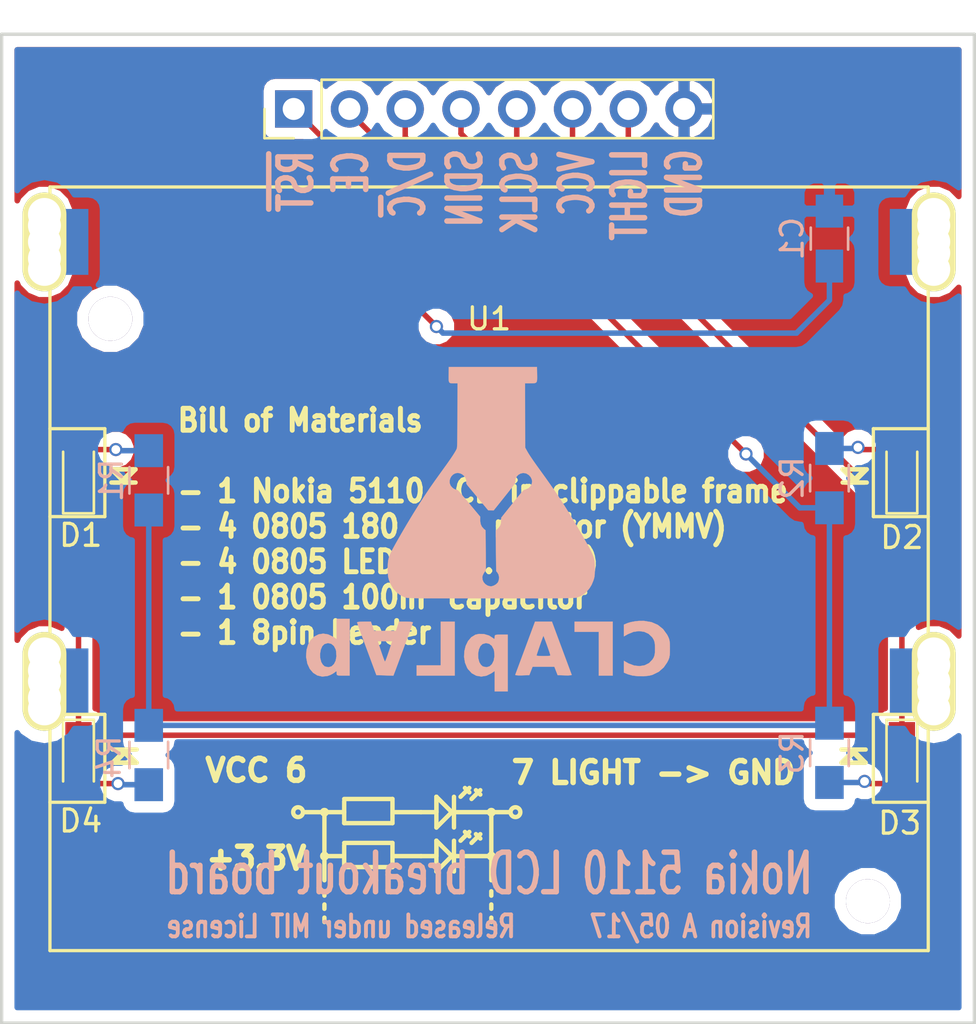
<source format=kicad_pcb>
(kicad_pcb (version 20171130) (host pcbnew "(5.1.10)-1")

  (general
    (thickness 1.6)
    (drawings 98)
    (tracks 73)
    (zones 0)
    (modules 13)
    (nets 14)
  )

  (page A4)
  (layers
    (0 F.Cu signal)
    (31 B.Cu signal)
    (32 B.Adhes user)
    (33 F.Adhes user)
    (34 B.Paste user)
    (35 F.Paste user)
    (36 B.SilkS user)
    (37 F.SilkS user)
    (38 B.Mask user)
    (39 F.Mask user)
    (40 Dwgs.User user)
    (41 Cmts.User user)
    (42 Eco1.User user)
    (43 Eco2.User user)
    (44 Edge.Cuts user)
    (45 Margin user)
    (46 B.CrtYd user)
    (47 F.CrtYd user)
    (48 B.Fab user)
    (49 F.Fab user)
  )

  (setup
    (last_trace_width 0.25)
    (trace_clearance 0.2)
    (zone_clearance 0.508)
    (zone_45_only no)
    (trace_min 0.2)
    (via_size 0.6)
    (via_drill 0.4)
    (via_min_size 0.4)
    (via_min_drill 0.3)
    (uvia_size 0.3)
    (uvia_drill 0.1)
    (uvias_allowed no)
    (uvia_min_size 0.2)
    (uvia_min_drill 0.1)
    (edge_width 0.15)
    (segment_width 0.2)
    (pcb_text_width 0.3)
    (pcb_text_size 1.5 1.5)
    (mod_edge_width 0.15)
    (mod_text_size 1 1)
    (mod_text_width 0.15)
    (pad_size 1.524 1.524)
    (pad_drill 0.762)
    (pad_to_mask_clearance 0.2)
    (aux_axis_origin 0 0)
    (visible_elements 7FFFFFFF)
    (pcbplotparams
      (layerselection 0x010f0_80000001)
      (usegerberextensions true)
      (usegerberattributes true)
      (usegerberadvancedattributes true)
      (creategerberjobfile true)
      (excludeedgelayer true)
      (linewidth 0.100000)
      (plotframeref false)
      (viasonmask false)
      (mode 1)
      (useauxorigin false)
      (hpglpennumber 1)
      (hpglpenspeed 20)
      (hpglpendiameter 15.000000)
      (psnegative false)
      (psa4output false)
      (plotreference true)
      (plotvalue true)
      (plotinvisibletext false)
      (padsonsilk false)
      (subtractmaskfromsilk false)
      (outputformat 1)
      (mirror false)
      (drillshape 0)
      (scaleselection 1)
      (outputdirectory "Gerber2/"))
  )

  (net 0 "")
  (net 1 "Net-(C1-Pad1)")
  (net 2 GND)
  (net 3 "Net-(D1-Pad2)")
  (net 4 "Net-(D1-Pad1)")
  (net 5 "Net-(D2-Pad2)")
  (net 6 "Net-(D3-Pad2)")
  (net 7 "Net-(D4-Pad2)")
  (net 8 "Net-(P1-Pad1)")
  (net 9 "Net-(P1-Pad2)")
  (net 10 "Net-(P1-Pad3)")
  (net 11 "Net-(P1-Pad4)")
  (net 12 "Net-(P1-Pad5)")
  (net 13 "Net-(P1-Pad6)")

  (net_class Default "This is the default net class."
    (clearance 0.2)
    (trace_width 0.25)
    (via_dia 0.6)
    (via_drill 0.4)
    (uvia_dia 0.3)
    (uvia_drill 0.1)
    (add_net GND)
    (add_net "Net-(C1-Pad1)")
    (add_net "Net-(D1-Pad1)")
    (add_net "Net-(D1-Pad2)")
    (add_net "Net-(D2-Pad2)")
    (add_net "Net-(D3-Pad2)")
    (add_net "Net-(D4-Pad2)")
    (add_net "Net-(P1-Pad1)")
    (add_net "Net-(P1-Pad2)")
    (add_net "Net-(P1-Pad3)")
    (add_net "Net-(P1-Pad4)")
    (add_net "Net-(P1-Pad5)")
    (add_net "Net-(P1-Pad6)")
  )

  (module Capacitors_SMD:C_0805_HandSoldering (layer B.Cu) (tedit 58F0EF35) (tstamp 58F0D8AA)
    (at 187.2 75.2 90)
    (descr "Capacitor SMD 0805, hand soldering")
    (tags "capacitor 0805")
    (path /58F0CDCD)
    (attr smd)
    (fp_text reference C1 (at 0 -1.7 90) (layer B.SilkS)
      (effects (font (size 1 1) (thickness 0.15)) (justify mirror))
    )
    (fp_text value 100n (at 0 -1.75 90) (layer B.Fab)
      (effects (font (size 1 1) (thickness 0.15)) (justify mirror))
    )
    (fp_line (start 2.25 -0.87) (end -2.25 -0.87) (layer B.CrtYd) (width 0.05))
    (fp_line (start 2.25 -0.87) (end 2.25 0.88) (layer B.CrtYd) (width 0.05))
    (fp_line (start -2.25 0.88) (end -2.25 -0.87) (layer B.CrtYd) (width 0.05))
    (fp_line (start -2.25 0.88) (end 2.25 0.88) (layer B.CrtYd) (width 0.05))
    (fp_line (start -0.5 -0.85) (end 0.5 -0.85) (layer B.SilkS) (width 0.12))
    (fp_line (start 0.5 0.85) (end -0.5 0.85) (layer B.SilkS) (width 0.12))
    (fp_line (start -1 0.62) (end 1 0.62) (layer B.Fab) (width 0.1))
    (fp_line (start 1 0.62) (end 1 -0.62) (layer B.Fab) (width 0.1))
    (fp_line (start 1 -0.62) (end -1 -0.62) (layer B.Fab) (width 0.1))
    (fp_line (start -1 -0.62) (end -1 0.62) (layer B.Fab) (width 0.1))
    (fp_text user %R (at 0 1.75 90) (layer B.Fab)
      (effects (font (size 1 1) (thickness 0.15)) (justify mirror))
    )
    (pad 1 smd rect (at -1.25 0 90) (size 1.5 1.25) (layers B.Cu B.Paste B.Mask)
      (net 1 "Net-(C1-Pad1)"))
    (pad 2 smd rect (at 1.25 0 90) (size 1.5 1.25) (layers B.Cu B.Paste B.Mask)
      (net 2 GND))
    (model Capacitors_SMD.3dshapes/C_0805.wrl
      (at (xyz 0 0 0))
      (scale (xyz 1 1 1))
      (rotate (xyz 0 0 0))
    )
  )

  (module LEDs:LED_0805 (layer F.Cu) (tedit 58F0EE86) (tstamp 58F0D8B0)
    (at 153 85.9 90)
    (descr "LED 0805 smd package")
    (tags "LED led 0805 SMD smd SMT smt smdled SMDLED smtled SMTLED")
    (path /58F0E951)
    (attr smd)
    (fp_text reference D1 (at -2.8 0.1 180) (layer F.SilkS)
      (effects (font (size 1 1) (thickness 0.15)))
    )
    (fp_text value LED (at 0 1.55 90) (layer F.Fab)
      (effects (font (size 1 1) (thickness 0.15)))
    )
    (fp_line (start -1.95 -0.85) (end 1.95 -0.85) (layer F.CrtYd) (width 0.05))
    (fp_line (start -1.95 0.85) (end -1.95 -0.85) (layer F.CrtYd) (width 0.05))
    (fp_line (start 1.95 0.85) (end -1.95 0.85) (layer F.CrtYd) (width 0.05))
    (fp_line (start 1.95 -0.85) (end 1.95 0.85) (layer F.CrtYd) (width 0.05))
    (fp_line (start -1.8 -0.7) (end 1 -0.7) (layer F.SilkS) (width 0.12))
    (fp_line (start -1.8 0.7) (end 1 0.7) (layer F.SilkS) (width 0.12))
    (fp_line (start -1 0.6) (end -1 -0.6) (layer F.Fab) (width 0.1))
    (fp_line (start -1 -0.6) (end 1 -0.6) (layer F.Fab) (width 0.1))
    (fp_line (start 1 -0.6) (end 1 0.6) (layer F.Fab) (width 0.1))
    (fp_line (start 1 0.6) (end -1 0.6) (layer F.Fab) (width 0.1))
    (fp_line (start 0.2 -0.4) (end 0.2 0.4) (layer F.Fab) (width 0.1))
    (fp_line (start 0.2 0.4) (end -0.4 0) (layer F.Fab) (width 0.1))
    (fp_line (start -0.4 0) (end 0.2 -0.4) (layer F.Fab) (width 0.1))
    (fp_line (start -0.4 -0.4) (end -0.4 0.4) (layer F.Fab) (width 0.1))
    (fp_line (start -1.8 -0.7) (end -1.8 0.7) (layer F.SilkS) (width 0.12))
    (pad 2 smd rect (at 1.1 0 270) (size 1.2 1.2) (layers F.Cu F.Paste F.Mask)
      (net 3 "Net-(D1-Pad2)"))
    (pad 1 smd rect (at -1.1 0 270) (size 1.2 1.2) (layers F.Cu F.Paste F.Mask)
      (net 4 "Net-(D1-Pad1)"))
    (model LEDs.3dshapes/LED_0805.wrl
      (at (xyz 0 0 0))
      (scale (xyz 1 1 1))
      (rotate (xyz 0 0 180))
    )
  )

  (module LEDs:LED_0805 (layer F.Cu) (tedit 58F0EE9D) (tstamp 58F0D8B6)
    (at 190.5 85.9 90)
    (descr "LED 0805 smd package")
    (tags "LED led 0805 SMD smd SMT smt smdled SMDLED smtled SMTLED")
    (path /58F0E944)
    (attr smd)
    (fp_text reference D2 (at -2.9 0 180) (layer F.SilkS)
      (effects (font (size 1 1) (thickness 0.15)))
    )
    (fp_text value LED (at 0 1.55 90) (layer F.Fab)
      (effects (font (size 1 1) (thickness 0.15)))
    )
    (fp_line (start -1.95 -0.85) (end 1.95 -0.85) (layer F.CrtYd) (width 0.05))
    (fp_line (start -1.95 0.85) (end -1.95 -0.85) (layer F.CrtYd) (width 0.05))
    (fp_line (start 1.95 0.85) (end -1.95 0.85) (layer F.CrtYd) (width 0.05))
    (fp_line (start 1.95 -0.85) (end 1.95 0.85) (layer F.CrtYd) (width 0.05))
    (fp_line (start -1.8 -0.7) (end 1 -0.7) (layer F.SilkS) (width 0.12))
    (fp_line (start -1.8 0.7) (end 1 0.7) (layer F.SilkS) (width 0.12))
    (fp_line (start -1 0.6) (end -1 -0.6) (layer F.Fab) (width 0.1))
    (fp_line (start -1 -0.6) (end 1 -0.6) (layer F.Fab) (width 0.1))
    (fp_line (start 1 -0.6) (end 1 0.6) (layer F.Fab) (width 0.1))
    (fp_line (start 1 0.6) (end -1 0.6) (layer F.Fab) (width 0.1))
    (fp_line (start 0.2 -0.4) (end 0.2 0.4) (layer F.Fab) (width 0.1))
    (fp_line (start 0.2 0.4) (end -0.4 0) (layer F.Fab) (width 0.1))
    (fp_line (start -0.4 0) (end 0.2 -0.4) (layer F.Fab) (width 0.1))
    (fp_line (start -0.4 -0.4) (end -0.4 0.4) (layer F.Fab) (width 0.1))
    (fp_line (start -1.8 -0.7) (end -1.8 0.7) (layer F.SilkS) (width 0.12))
    (pad 2 smd rect (at 1.1 0 270) (size 1.2 1.2) (layers F.Cu F.Paste F.Mask)
      (net 5 "Net-(D2-Pad2)"))
    (pad 1 smd rect (at -1.1 0 270) (size 1.2 1.2) (layers F.Cu F.Paste F.Mask)
      (net 4 "Net-(D1-Pad1)"))
    (model LEDs.3dshapes/LED_0805.wrl
      (at (xyz 0 0 0))
      (scale (xyz 1 1 1))
      (rotate (xyz 0 0 180))
    )
  )

  (module LEDs:LED_0805 (layer F.Cu) (tedit 58F0EEA8) (tstamp 58F0D8BC)
    (at 190.5 98.9 270)
    (descr "LED 0805 smd package")
    (tags "LED led 0805 SMD smd SMT smt smdled SMDLED smtled SMTLED")
    (path /58F0E8AD)
    (attr smd)
    (fp_text reference D3 (at 2.9 0.1) (layer F.SilkS)
      (effects (font (size 1 1) (thickness 0.15)))
    )
    (fp_text value LED (at 0 1.55 270) (layer F.Fab)
      (effects (font (size 1 1) (thickness 0.15)))
    )
    (fp_line (start -1.95 -0.85) (end 1.95 -0.85) (layer F.CrtYd) (width 0.05))
    (fp_line (start -1.95 0.85) (end -1.95 -0.85) (layer F.CrtYd) (width 0.05))
    (fp_line (start 1.95 0.85) (end -1.95 0.85) (layer F.CrtYd) (width 0.05))
    (fp_line (start 1.95 -0.85) (end 1.95 0.85) (layer F.CrtYd) (width 0.05))
    (fp_line (start -1.8 -0.7) (end 1 -0.7) (layer F.SilkS) (width 0.12))
    (fp_line (start -1.8 0.7) (end 1 0.7) (layer F.SilkS) (width 0.12))
    (fp_line (start -1 0.6) (end -1 -0.6) (layer F.Fab) (width 0.1))
    (fp_line (start -1 -0.6) (end 1 -0.6) (layer F.Fab) (width 0.1))
    (fp_line (start 1 -0.6) (end 1 0.6) (layer F.Fab) (width 0.1))
    (fp_line (start 1 0.6) (end -1 0.6) (layer F.Fab) (width 0.1))
    (fp_line (start 0.2 -0.4) (end 0.2 0.4) (layer F.Fab) (width 0.1))
    (fp_line (start 0.2 0.4) (end -0.4 0) (layer F.Fab) (width 0.1))
    (fp_line (start -0.4 0) (end 0.2 -0.4) (layer F.Fab) (width 0.1))
    (fp_line (start -0.4 -0.4) (end -0.4 0.4) (layer F.Fab) (width 0.1))
    (fp_line (start -1.8 -0.7) (end -1.8 0.7) (layer F.SilkS) (width 0.12))
    (pad 2 smd rect (at 1.1 0 90) (size 1.2 1.2) (layers F.Cu F.Paste F.Mask)
      (net 6 "Net-(D3-Pad2)"))
    (pad 1 smd rect (at -1.1 0 90) (size 1.2 1.2) (layers F.Cu F.Paste F.Mask)
      (net 4 "Net-(D1-Pad1)"))
    (model LEDs.3dshapes/LED_0805.wrl
      (at (xyz 0 0 0))
      (scale (xyz 1 1 1))
      (rotate (xyz 0 0 180))
    )
  )

  (module LEDs:LED_0805 (layer F.Cu) (tedit 58F0EE90) (tstamp 58F0D8C2)
    (at 153 98.9 270)
    (descr "LED 0805 smd package")
    (tags "LED led 0805 SMD smd SMT smt smdled SMDLED smtled SMTLED")
    (path /58F0CEAE)
    (attr smd)
    (fp_text reference D4 (at 2.8 -0.1) (layer F.SilkS)
      (effects (font (size 1 1) (thickness 0.15)))
    )
    (fp_text value LED (at 0 1.55 270) (layer F.Fab)
      (effects (font (size 1 1) (thickness 0.15)))
    )
    (fp_line (start -1.95 -0.85) (end 1.95 -0.85) (layer F.CrtYd) (width 0.05))
    (fp_line (start -1.95 0.85) (end -1.95 -0.85) (layer F.CrtYd) (width 0.05))
    (fp_line (start 1.95 0.85) (end -1.95 0.85) (layer F.CrtYd) (width 0.05))
    (fp_line (start 1.95 -0.85) (end 1.95 0.85) (layer F.CrtYd) (width 0.05))
    (fp_line (start -1.8 -0.7) (end 1 -0.7) (layer F.SilkS) (width 0.12))
    (fp_line (start -1.8 0.7) (end 1 0.7) (layer F.SilkS) (width 0.12))
    (fp_line (start -1 0.6) (end -1 -0.6) (layer F.Fab) (width 0.1))
    (fp_line (start -1 -0.6) (end 1 -0.6) (layer F.Fab) (width 0.1))
    (fp_line (start 1 -0.6) (end 1 0.6) (layer F.Fab) (width 0.1))
    (fp_line (start 1 0.6) (end -1 0.6) (layer F.Fab) (width 0.1))
    (fp_line (start 0.2 -0.4) (end 0.2 0.4) (layer F.Fab) (width 0.1))
    (fp_line (start 0.2 0.4) (end -0.4 0) (layer F.Fab) (width 0.1))
    (fp_line (start -0.4 0) (end 0.2 -0.4) (layer F.Fab) (width 0.1))
    (fp_line (start -0.4 -0.4) (end -0.4 0.4) (layer F.Fab) (width 0.1))
    (fp_line (start -1.8 -0.7) (end -1.8 0.7) (layer F.SilkS) (width 0.12))
    (pad 2 smd rect (at 1.1 0 90) (size 1.2 1.2) (layers F.Cu F.Paste F.Mask)
      (net 7 "Net-(D4-Pad2)"))
    (pad 1 smd rect (at -1.1 0 90) (size 1.2 1.2) (layers F.Cu F.Paste F.Mask)
      (net 4 "Net-(D1-Pad1)"))
    (model LEDs.3dshapes/LED_0805.wrl
      (at (xyz 0 0 0))
      (scale (xyz 1 1 1))
      (rotate (xyz 0 0 180))
    )
  )

  (module Pin_Headers:Pin_Header_Straight_1x08_Pitch2.54mm (layer F.Cu) (tedit 58F0EF6A) (tstamp 58F0D8CE)
    (at 162.8 69.3 90)
    (descr "Through hole straight pin header, 1x08, 2.54mm pitch, single row")
    (tags "Through hole pin header THT 1x08 2.54mm single row")
    (path /58F0CC79)
    (fp_text reference P1 (at 0 -2.33 90) (layer F.SilkS) hide
      (effects (font (size 1 1) (thickness 0.15)))
    )
    (fp_text value CONN_01X08 (at 0 20.11 90) (layer F.Fab)
      (effects (font (size 1 1) (thickness 0.15)))
    )
    (fp_line (start 1.8 -1.8) (end -1.8 -1.8) (layer F.CrtYd) (width 0.05))
    (fp_line (start 1.8 19.55) (end 1.8 -1.8) (layer F.CrtYd) (width 0.05))
    (fp_line (start -1.8 19.55) (end 1.8 19.55) (layer F.CrtYd) (width 0.05))
    (fp_line (start -1.8 -1.8) (end -1.8 19.55) (layer F.CrtYd) (width 0.05))
    (fp_line (start -1.33 -1.33) (end 0 -1.33) (layer F.SilkS) (width 0.12))
    (fp_line (start -1.33 0) (end -1.33 -1.33) (layer F.SilkS) (width 0.12))
    (fp_line (start 1.33 1.27) (end -1.33 1.27) (layer F.SilkS) (width 0.12))
    (fp_line (start 1.33 19.11) (end 1.33 1.27) (layer F.SilkS) (width 0.12))
    (fp_line (start -1.33 19.11) (end 1.33 19.11) (layer F.SilkS) (width 0.12))
    (fp_line (start -1.33 1.27) (end -1.33 19.11) (layer F.SilkS) (width 0.12))
    (fp_line (start 1.27 -1.27) (end -1.27 -1.27) (layer F.Fab) (width 0.1))
    (fp_line (start 1.27 19.05) (end 1.27 -1.27) (layer F.Fab) (width 0.1))
    (fp_line (start -1.27 19.05) (end 1.27 19.05) (layer F.Fab) (width 0.1))
    (fp_line (start -1.27 -1.27) (end -1.27 19.05) (layer F.Fab) (width 0.1))
    (fp_text user %R (at 0 -2.33 90) (layer F.Fab)
      (effects (font (size 1 1) (thickness 0.15)))
    )
    (pad 1 thru_hole rect (at 0 0 90) (size 1.7 1.7) (drill 1) (layers *.Cu *.Mask)
      (net 8 "Net-(P1-Pad1)"))
    (pad 2 thru_hole oval (at 0 2.54 90) (size 1.7 1.7) (drill 1) (layers *.Cu *.Mask)
      (net 9 "Net-(P1-Pad2)"))
    (pad 3 thru_hole oval (at 0 5.08 90) (size 1.7 1.7) (drill 1) (layers *.Cu *.Mask)
      (net 10 "Net-(P1-Pad3)"))
    (pad 4 thru_hole oval (at 0 7.62 90) (size 1.7 1.7) (drill 1) (layers *.Cu *.Mask)
      (net 11 "Net-(P1-Pad4)"))
    (pad 5 thru_hole oval (at 0 10.16 90) (size 1.7 1.7) (drill 1) (layers *.Cu *.Mask)
      (net 12 "Net-(P1-Pad5)"))
    (pad 6 thru_hole oval (at 0 12.7 90) (size 1.7 1.7) (drill 1) (layers *.Cu *.Mask)
      (net 13 "Net-(P1-Pad6)"))
    (pad 7 thru_hole oval (at 0 15.24 90) (size 1.7 1.7) (drill 1) (layers *.Cu *.Mask)
      (net 4 "Net-(D1-Pad1)"))
    (pad 8 thru_hole oval (at 0 17.78 90) (size 1.7 1.7) (drill 1) (layers *.Cu *.Mask)
      (net 2 GND))
    (model ${KISYS3DMOD}/Pin_Headers.3dshapes/Pin_Header_Straight_1x08_Pitch2.54mm.wrl
      (offset (xyz 0 -8.889999866485596 0))
      (scale (xyz 1 1 1))
      (rotate (xyz 0 0 90))
    )
  )

  (module Resistors_SMD:R_0805_HandSoldering (layer B.Cu) (tedit 58E0A804) (tstamp 58F0D8D4)
    (at 156.2 86.2 270)
    (descr "Resistor SMD 0805, hand soldering")
    (tags "resistor 0805")
    (path /58F0E94B)
    (attr smd)
    (fp_text reference R1 (at 0 1.7 270) (layer B.SilkS)
      (effects (font (size 1 1) (thickness 0.15)) (justify mirror))
    )
    (fp_text value R (at 0 -1.75 270) (layer B.Fab)
      (effects (font (size 1 1) (thickness 0.15)) (justify mirror))
    )
    (fp_line (start 2.35 -0.9) (end -2.35 -0.9) (layer B.CrtYd) (width 0.05))
    (fp_line (start 2.35 -0.9) (end 2.35 0.9) (layer B.CrtYd) (width 0.05))
    (fp_line (start -2.35 0.9) (end -2.35 -0.9) (layer B.CrtYd) (width 0.05))
    (fp_line (start -2.35 0.9) (end 2.35 0.9) (layer B.CrtYd) (width 0.05))
    (fp_line (start -0.6 0.88) (end 0.6 0.88) (layer B.SilkS) (width 0.12))
    (fp_line (start 0.6 -0.88) (end -0.6 -0.88) (layer B.SilkS) (width 0.12))
    (fp_line (start -1 0.62) (end 1 0.62) (layer B.Fab) (width 0.1))
    (fp_line (start 1 0.62) (end 1 -0.62) (layer B.Fab) (width 0.1))
    (fp_line (start 1 -0.62) (end -1 -0.62) (layer B.Fab) (width 0.1))
    (fp_line (start -1 -0.62) (end -1 0.62) (layer B.Fab) (width 0.1))
    (fp_text user %R (at 0 0 270) (layer B.Fab)
      (effects (font (size 0.5 0.5) (thickness 0.075)) (justify mirror))
    )
    (pad 1 smd rect (at -1.35 0 270) (size 1.5 1.3) (layers B.Cu B.Paste B.Mask)
      (net 3 "Net-(D1-Pad2)"))
    (pad 2 smd rect (at 1.35 0 270) (size 1.5 1.3) (layers B.Cu B.Paste B.Mask)
      (net 13 "Net-(P1-Pad6)"))
    (model ${KISYS3DMOD}/Resistors_SMD.3dshapes/R_0805.wrl
      (at (xyz 0 0 0))
      (scale (xyz 1 1 1))
      (rotate (xyz 0 0 0))
    )
  )

  (module Resistors_SMD:R_0805_HandSoldering (layer B.Cu) (tedit 58E0A804) (tstamp 58F0D8DA)
    (at 187.2 86.1 270)
    (descr "Resistor SMD 0805, hand soldering")
    (tags "resistor 0805")
    (path /58F0E93E)
    (attr smd)
    (fp_text reference R2 (at 0 1.7 270) (layer B.SilkS)
      (effects (font (size 1 1) (thickness 0.15)) (justify mirror))
    )
    (fp_text value R (at 0 -1.75 270) (layer B.Fab)
      (effects (font (size 1 1) (thickness 0.15)) (justify mirror))
    )
    (fp_line (start 2.35 -0.9) (end -2.35 -0.9) (layer B.CrtYd) (width 0.05))
    (fp_line (start 2.35 -0.9) (end 2.35 0.9) (layer B.CrtYd) (width 0.05))
    (fp_line (start -2.35 0.9) (end -2.35 -0.9) (layer B.CrtYd) (width 0.05))
    (fp_line (start -2.35 0.9) (end 2.35 0.9) (layer B.CrtYd) (width 0.05))
    (fp_line (start -0.6 0.88) (end 0.6 0.88) (layer B.SilkS) (width 0.12))
    (fp_line (start 0.6 -0.88) (end -0.6 -0.88) (layer B.SilkS) (width 0.12))
    (fp_line (start -1 0.62) (end 1 0.62) (layer B.Fab) (width 0.1))
    (fp_line (start 1 0.62) (end 1 -0.62) (layer B.Fab) (width 0.1))
    (fp_line (start 1 -0.62) (end -1 -0.62) (layer B.Fab) (width 0.1))
    (fp_line (start -1 -0.62) (end -1 0.62) (layer B.Fab) (width 0.1))
    (fp_text user %R (at 0 0 270) (layer B.Fab)
      (effects (font (size 0.5 0.5) (thickness 0.075)) (justify mirror))
    )
    (pad 1 smd rect (at -1.35 0 270) (size 1.5 1.3) (layers B.Cu B.Paste B.Mask)
      (net 5 "Net-(D2-Pad2)"))
    (pad 2 smd rect (at 1.35 0 270) (size 1.5 1.3) (layers B.Cu B.Paste B.Mask)
      (net 13 "Net-(P1-Pad6)"))
    (model ${KISYS3DMOD}/Resistors_SMD.3dshapes/R_0805.wrl
      (at (xyz 0 0 0))
      (scale (xyz 1 1 1))
      (rotate (xyz 0 0 0))
    )
  )

  (module Resistors_SMD:R_0805_HandSoldering (layer B.Cu) (tedit 58F0EEF6) (tstamp 58F0D8E0)
    (at 187.2 98.6 90)
    (descr "Resistor SMD 0805, hand soldering")
    (tags "resistor 0805")
    (path /58F0E8A7)
    (attr smd)
    (fp_text reference R3 (at 0 -1.7 90) (layer B.SilkS)
      (effects (font (size 1 1) (thickness 0.15)) (justify mirror))
    )
    (fp_text value R (at 0 -1.75 90) (layer B.Fab)
      (effects (font (size 1 1) (thickness 0.15)) (justify mirror))
    )
    (fp_line (start 2.35 -0.9) (end -2.35 -0.9) (layer B.CrtYd) (width 0.05))
    (fp_line (start 2.35 -0.9) (end 2.35 0.9) (layer B.CrtYd) (width 0.05))
    (fp_line (start -2.35 0.9) (end -2.35 -0.9) (layer B.CrtYd) (width 0.05))
    (fp_line (start -2.35 0.9) (end 2.35 0.9) (layer B.CrtYd) (width 0.05))
    (fp_line (start -0.6 0.88) (end 0.6 0.88) (layer B.SilkS) (width 0.12))
    (fp_line (start 0.6 -0.88) (end -0.6 -0.88) (layer B.SilkS) (width 0.12))
    (fp_line (start -1 0.62) (end 1 0.62) (layer B.Fab) (width 0.1))
    (fp_line (start 1 0.62) (end 1 -0.62) (layer B.Fab) (width 0.1))
    (fp_line (start 1 -0.62) (end -1 -0.62) (layer B.Fab) (width 0.1))
    (fp_line (start -1 -0.62) (end -1 0.62) (layer B.Fab) (width 0.1))
    (fp_text user %R (at 0 0 90) (layer B.Fab)
      (effects (font (size 0.5 0.5) (thickness 0.075)) (justify mirror))
    )
    (pad 1 smd rect (at -1.35 0 90) (size 1.5 1.3) (layers B.Cu B.Paste B.Mask)
      (net 6 "Net-(D3-Pad2)"))
    (pad 2 smd rect (at 1.35 0 90) (size 1.5 1.3) (layers B.Cu B.Paste B.Mask)
      (net 13 "Net-(P1-Pad6)"))
    (model ${KISYS3DMOD}/Resistors_SMD.3dshapes/R_0805.wrl
      (at (xyz 0 0 0))
      (scale (xyz 1 1 1))
      (rotate (xyz 0 0 0))
    )
  )

  (module Resistors_SMD:R_0805_HandSoldering (layer B.Cu) (tedit 58F0EF18) (tstamp 58F0D8E6)
    (at 156.2 98.7 90)
    (descr "Resistor SMD 0805, hand soldering")
    (tags "resistor 0805")
    (path /58F0CE41)
    (attr smd)
    (fp_text reference R4 (at -0.1 -1.8 90) (layer B.SilkS)
      (effects (font (size 1 1) (thickness 0.15)) (justify mirror))
    )
    (fp_text value R (at 0 -1.75 90) (layer B.Fab)
      (effects (font (size 1 1) (thickness 0.15)) (justify mirror))
    )
    (fp_line (start 2.35 -0.9) (end -2.35 -0.9) (layer B.CrtYd) (width 0.05))
    (fp_line (start 2.35 -0.9) (end 2.35 0.9) (layer B.CrtYd) (width 0.05))
    (fp_line (start -2.35 0.9) (end -2.35 -0.9) (layer B.CrtYd) (width 0.05))
    (fp_line (start -2.35 0.9) (end 2.35 0.9) (layer B.CrtYd) (width 0.05))
    (fp_line (start -0.6 0.88) (end 0.6 0.88) (layer B.SilkS) (width 0.12))
    (fp_line (start 0.6 -0.88) (end -0.6 -0.88) (layer B.SilkS) (width 0.12))
    (fp_line (start -1 0.62) (end 1 0.62) (layer B.Fab) (width 0.1))
    (fp_line (start 1 0.62) (end 1 -0.62) (layer B.Fab) (width 0.1))
    (fp_line (start 1 -0.62) (end -1 -0.62) (layer B.Fab) (width 0.1))
    (fp_line (start -1 -0.62) (end -1 0.62) (layer B.Fab) (width 0.1))
    (fp_text user %R (at 0 0 90) (layer B.Fab)
      (effects (font (size 0.5 0.5) (thickness 0.075)) (justify mirror))
    )
    (pad 1 smd rect (at -1.35 0 90) (size 1.5 1.3) (layers B.Cu B.Paste B.Mask)
      (net 7 "Net-(D4-Pad2)"))
    (pad 2 smd rect (at 1.35 0 90) (size 1.5 1.3) (layers B.Cu B.Paste B.Mask)
      (net 13 "Net-(P1-Pad6)"))
    (model ${KISYS3DMOD}/Resistors_SMD.3dshapes/R_0805.wrl
      (at (xyz 0 0 0))
      (scale (xyz 1 1 1))
      (rotate (xyz 0 0 0))
    )
  )

  (module Artwork_4chord-midi:craplab-flask (layer B.Cu) (tedit 0) (tstamp 58F10A2A)
    (at 171.8 86.3 180)
    (fp_text reference G*** (at 0 0 180) (layer B.SilkS) hide
      (effects (font (size 1.524 1.524) (thickness 0.3)) (justify mirror))
    )
    (fp_text value LOGO (at 0.75 0 180) (layer B.SilkS) hide
      (effects (font (size 1.524 1.524) (thickness 0.3)) (justify mirror))
    )
    (fp_poly (pts (xy 1.939517 4.92546) (xy 1.941552 4.785116) (xy 1.940016 4.68113) (xy 1.931801 4.608051)
      (xy 1.913797 4.560431) (xy 1.882898 4.532818) (xy 1.835996 4.519762) (xy 1.769982 4.515814)
      (xy 1.705772 4.515551) (xy 1.536543 4.515546) (xy 1.540035 3.060692) (xy 1.540907 2.763942)
      (xy 1.542034 2.50646) (xy 1.543466 2.285706) (xy 1.545255 2.099137) (xy 1.547452 1.944212)
      (xy 1.550109 1.818389) (xy 1.553276 1.719127) (xy 1.557005 1.643885) (xy 1.561347 1.59012)
      (xy 1.566353 1.555291) (xy 1.57067 1.539832) (xy 1.608585 1.463004) (xy 1.670765 1.356739)
      (xy 1.755208 1.224136) (xy 1.859917 1.068289) (xy 1.982889 0.892295) (xy 2.045449 0.804856)
      (xy 2.134698 0.680938) (xy 2.239855 0.53488) (xy 2.352419 0.37849) (xy 2.463891 0.223576)
      (xy 2.565773 0.081947) (xy 2.572086 0.073169) (xy 2.803721 -0.257229) (xy 3.048342 -0.621958)
      (xy 3.303185 -1.016621) (xy 3.565482 -1.436818) (xy 3.832469 -1.878151) (xy 4.101378 -2.336221)
      (xy 4.248278 -2.592263) (xy 4.360207 -2.790032) (xy 4.452669 -2.957108) (xy 4.527513 -3.098765)
      (xy 4.58659 -3.220275) (xy 4.631751 -3.326913) (xy 4.664847 -3.423952) (xy 4.687728 -3.516666)
      (xy 4.702246 -3.610329) (xy 4.710251 -3.710214) (xy 4.713594 -3.821595) (xy 4.714156 -3.919753)
      (xy 4.712413 -4.076108) (xy 4.705732 -4.201548) (xy 4.691939 -4.306876) (xy 4.668857 -4.402897)
      (xy 4.63431 -4.500412) (xy 4.586122 -4.610228) (xy 4.566895 -4.650926) (xy 4.459991 -4.829489)
      (xy 4.32354 -4.984089) (xy 4.163052 -5.109866) (xy 3.98404 -5.201962) (xy 3.913832 -5.226646)
      (xy 3.896582 -5.231763) (xy 3.878193 -5.236441) (xy 3.856808 -5.240698) (xy 3.830568 -5.244554)
      (xy 3.797616 -5.248028) (xy 3.756093 -5.251138) (xy 3.704141 -5.253905) (xy 3.639902 -5.256347)
      (xy 3.561518 -5.258483) (xy 3.467131 -5.260333) (xy 3.354883 -5.261915) (xy 3.222915 -5.263249)
      (xy 3.069371 -5.264354) (xy 2.892391 -5.265248) (xy 2.690117 -5.265952) (xy 2.460692 -5.266484)
      (xy 2.202258 -5.266864) (xy 1.912955 -5.26711) (xy 1.590927 -5.267242) (xy 1.234315 -5.267278)
      (xy 0.841261 -5.267238) (xy 0.409908 -5.267142) (xy -0.007429 -5.267024) (xy -0.475544 -5.266868)
      (xy -0.903691 -5.266681) (xy -1.293713 -5.266444) (xy -1.64745 -5.266138) (xy -1.966746 -5.265745)
      (xy -2.253443 -5.265249) (xy -2.509384 -5.264629) (xy -2.736411 -5.263869) (xy -2.936365 -5.26295)
      (xy -3.11109 -5.261855) (xy -3.262428 -5.260564) (xy -3.392221 -5.259061) (xy -3.502312 -5.257326)
      (xy -3.594543 -5.255343) (xy -3.670756 -5.253092) (xy -3.732793 -5.250555) (xy -3.782498 -5.247716)
      (xy -3.821711 -5.244554) (xy -3.852277 -5.241054) (xy -3.876036 -5.237195) (xy -3.894832 -5.232961)
      (xy -3.909301 -5.228726) (xy -4.053176 -5.174016) (xy -4.172495 -5.107596) (xy -4.283785 -5.019227)
      (xy -4.348313 -4.956795) (xy -4.471568 -4.812541) (xy -4.56836 -4.654534) (xy -4.64542 -4.471181)
      (xy -4.66522 -4.411028) (xy -4.684377 -4.344709) (xy -4.69785 -4.282334) (xy -4.706602 -4.214265)
      (xy -4.711591 -4.130862) (xy -4.713778 -4.022486) (xy -4.714157 -3.919753) (xy -4.713347 -3.802346)
      (xy -4.70977 -3.698891) (xy -4.701707 -3.604743) (xy -4.687439 -3.515256) (xy -4.665246 -3.425786)
      (xy -4.63341 -3.331688) (xy -4.590211 -3.228317) (xy -4.53393 -3.111029) (xy -4.462847 -2.975178)
      (xy -4.375243 -2.816119) (xy -4.2694 -2.629208) (xy -4.176368 -2.466831) (xy -3.96729 -2.105315)
      (xy -3.772873 -1.774836) (xy -3.589038 -1.469059) (xy -3.411705 -1.181647) (xy -3.236793 -0.906261)
      (xy -3.060223 -0.636567) (xy -2.877914 -0.366226) (xy -2.685786 -0.088903) (xy -2.589123 0.04746)
      (xy -1.860117 0.04746) (xy -1.841225 -0.065495) (xy -1.787862 -0.168457) (xy -1.707344 -0.252805)
      (xy -1.606988 -0.309917) (xy -1.542134 -0.327235) (xy -1.520277 -0.331966) (xy -1.498378 -0.340945)
      (xy -1.473607 -0.35728) (xy -1.443137 -0.384076) (xy -1.404138 -0.424442) (xy -1.353781 -0.481484)
      (xy -1.289238 -0.558309) (xy -1.207678 -0.658025) (xy -1.106273 -0.783738) (xy -0.982193 -0.938555)
      (xy -0.958204 -0.968539) (xy -0.455582 -1.596841) (xy -0.451396 -1.744387) (xy -0.440615 -1.861934)
      (xy -0.411402 -1.95477) (xy -0.356962 -2.038224) (xy -0.289459 -2.109707) (xy -0.203161 -2.192631)
      (xy -0.213369 -3.112098) (xy -0.223578 -4.031565) (xy -0.2782 -4.09648) (xy -0.330121 -4.188195)
      (xy -0.353767 -4.297682) (xy -0.348924 -4.411715) (xy -0.315379 -4.517071) (xy -0.285773 -4.565022)
      (xy -0.213883 -4.634071) (xy -0.121337 -4.68855) (xy -0.024712 -4.719859) (xy 0.020905 -4.724133)
      (xy 0.087991 -4.714776) (xy 0.162383 -4.69214) (xy 0.17856 -4.685314) (xy 0.27837 -4.619578)
      (xy 0.353697 -4.528792) (xy 0.39944 -4.422211) (xy 0.410497 -4.309089) (xy 0.405864 -4.272953)
      (xy 0.386157 -4.213961) (xy 0.350204 -4.140957) (xy 0.319981 -4.091428) (xy 0.248119 -3.984642)
      (xy 0.254718 -3.079763) (xy 0.261316 -2.174883) (xy 0.337834 -2.111829) (xy 0.428245 -2.01255)
      (xy 0.484091 -1.891439) (xy 0.50609 -1.746765) (xy 0.506353 -1.705029) (xy 0.503391 -1.557448)
      (xy 0.999062 -0.963385) (xy 1.112632 -0.827832) (xy 1.218726 -0.702279) (xy 1.314166 -0.590405)
      (xy 1.395773 -0.49589) (xy 1.460368 -0.422415) (xy 1.504775 -0.373659) (xy 1.525813 -0.353303)
      (xy 1.52609 -0.353148) (xy 1.570792 -0.336323) (xy 1.610953 -0.325879) (xy 1.696959 -0.290877)
      (xy 1.781062 -0.22754) (xy 1.848534 -0.14733) (xy 1.855896 -0.135266) (xy 1.895279 -0.029814)
      (xy 1.899359 0.080342) (xy 1.872346 0.187683) (xy 1.818455 0.28469) (xy 1.741896 0.363843)
      (xy 1.646882 0.417625) (xy 1.537625 0.438515) (xy 1.534436 0.438554) (xy 1.42374 0.421276)
      (xy 1.321869 0.372576) (xy 1.235503 0.299547) (xy 1.171325 0.209283) (xy 1.136016 0.108879)
      (xy 1.134698 0.014108) (xy 1.136914 -0.032423) (xy 1.122327 -0.074766) (xy 1.085066 -0.127109)
      (xy 1.067553 -0.148101) (xy 1.034696 -0.187131) (xy 0.979151 -0.253551) (xy 0.904916 -0.342564)
      (xy 0.815987 -0.449373) (xy 0.716359 -0.569178) (xy 0.61003 -0.697182) (xy 0.564643 -0.751865)
      (xy 0.140221 -1.263318) (xy 0.015656 -1.264944) (xy -0.10891 -1.26657) (xy -0.597994 -0.655119)
      (xy -0.723793 -0.497748) (xy -0.825929 -0.369425) (xy -0.906867 -0.266556) (xy -0.969072 -0.185549)
      (xy -1.015011 -0.12281) (xy -1.047149 -0.074745) (xy -1.06795 -0.037762) (xy -1.079881 -0.008268)
      (xy -1.085406 0.017332) (xy -1.086992 0.042629) (xy -1.087079 0.057695) (xy -1.105831 0.174966)
      (xy -1.157494 0.275895) (xy -1.235179 0.355841) (xy -1.331996 0.410159) (xy -1.441054 0.434206)
      (xy -1.555464 0.423339) (xy -1.604872 0.406657) (xy -1.708763 0.343494) (xy -1.79039 0.254549)
      (xy -1.843042 0.149266) (xy -1.860117 0.04746) (xy -2.589123 0.04746) (xy -2.479759 0.20174)
      (xy -2.278441 0.480823) (xy -2.131394 0.684133) (xy -2.007142 0.857913) (xy -1.903145 1.005895)
      (xy -1.816865 1.131811) (xy -1.74576 1.239391) (xy -1.687291 1.332369) (xy -1.638918 1.414474)
      (xy -1.620631 1.447291) (xy -1.543604 1.587998) (xy -1.540074 3.051772) (xy -1.536544 4.515547)
      (xy -1.776955 4.516208) (xy -1.884071 4.516933) (xy -1.96373 4.522025) (xy -2.019871 4.536869)
      (xy -2.056435 4.566848) (xy -2.077361 4.617347) (xy -2.086591 4.69375) (xy -2.088065 4.801442)
      (xy -2.085857 4.938321) (xy -2.080083 5.257696) (xy 1.933744 5.257696) (xy 1.939517 4.92546)) (layer B.SilkS) (width 0.01))
  )

  (module Artwork_4chord-midi:craplab (layer B.Cu) (tedit 0) (tstamp 58F10C10)
    (at 171.7 93.9 180)
    (fp_text reference G*** (at 0 0 180) (layer B.SilkS) hide
      (effects (font (size 1.524 1.524) (thickness 0.3)) (justify mirror))
    )
    (fp_text value LOGO (at 0.75 0 180) (layer B.SilkS) hide
      (effects (font (size 1.524 1.524) (thickness 0.3)) (justify mirror))
    )
    (fp_poly (pts (xy 4.169833 1.058333) (xy 4.240138 0.846667) (xy 5.242529 0.846667) (xy 5.312833 1.058334)
      (xy 5.383138 1.27) (xy 5.697235 1.27) (xy 5.848039 1.266073) (xy 5.959178 1.255694)
      (xy 6.009882 1.240964) (xy 6.010999 1.23825) (xy 5.996734 1.191987) (xy 5.956537 1.076453)
      (xy 5.894042 0.901713) (xy 5.812884 0.677834) (xy 5.716699 0.414879) (xy 5.609122 0.122916)
      (xy 5.571463 0.021167) (xy 5.132261 -1.164167) (xy 4.745856 -1.176344) (xy 4.35945 -1.188522)
      (xy 4.314409 -1.070511) (xy 4.244176 -0.88487) (xy 4.159804 -0.65927) (xy 4.065582 -0.405443)
      (xy 3.965797 -0.135119) (xy 3.864739 0.139969) (xy 3.776601 0.381) (xy 4.410131 0.381)
      (xy 4.563974 -0.084667) (xy 4.626335 -0.267666) (xy 4.680796 -0.416852) (xy 4.721304 -0.516334)
      (xy 4.741333 -0.550333) (xy 4.763023 -0.512652) (xy 4.804403 -0.410202) (xy 4.859422 -0.258873)
      (xy 4.918692 -0.084667) (xy 5.072536 0.381) (xy 4.410131 0.381) (xy 3.776601 0.381)
      (xy 3.766694 0.408091) (xy 3.675951 0.657514) (xy 3.596799 0.876508) (xy 3.533525 1.053341)
      (xy 3.490417 1.176281) (xy 3.471764 1.233597) (xy 3.471333 1.235983) (xy 3.510188 1.252321)
      (xy 3.612887 1.26437) (xy 3.758632 1.269877) (xy 3.785431 1.27) (xy 4.099529 1.27)
      (xy 4.169833 1.058333)) (layer B.SilkS) (width 0.01))
    (fp_poly (pts (xy 2.201333 -0.719667) (xy 3.302 -0.719667) (xy 3.302 -1.185333) (xy 1.566333 -1.185333)
      (xy 1.566333 1.27) (xy 2.201333 1.27) (xy 2.201333 -0.719667)) (layer B.SilkS) (width 0.01))
    (fp_poly (pts (xy -1.649464 0.079063) (xy -1.537665 -0.221483) (xy -1.435251 -0.496736) (xy -1.34599 -0.736578)
      (xy -1.273648 -0.930887) (xy -1.221992 -1.069545) (xy -1.194789 -1.142432) (xy -1.191771 -1.150459)
      (xy -1.223284 -1.167606) (xy -1.321832 -1.177175) (xy -1.470002 -1.177706) (xy -1.503915 -1.176605)
      (xy -1.83079 -1.164167) (xy -1.905136 -0.973667) (xy -1.979483 -0.783167) (xy -2.973518 -0.783167)
      (xy -3.047864 -0.973667) (xy -3.122211 -1.164167) (xy -3.449085 -1.176605) (xy -3.605059 -1.178048)
      (xy -3.714879 -1.170163) (xy -3.761133 -1.154409) (xy -3.76123 -1.150459) (xy -3.74327 -1.102429)
      (xy -3.699567 -0.985162) (xy -3.633887 -0.808776) (xy -3.549997 -0.583393) (xy -3.451664 -0.319131)
      (xy -3.435056 -0.274486) (xy -2.794 -0.274486) (xy -2.75512 -0.28493) (xy -2.652275 -0.292655)
      (xy -2.506157 -0.296238) (xy -2.4765 -0.296333) (xy -2.324727 -0.293526) (xy -2.212458 -0.2861)
      (xy -2.160384 -0.27555) (xy -2.159 -0.273408) (xy -2.172132 -0.225202) (xy -2.206829 -0.118348)
      (xy -2.256039 0.02697) (xy -2.312712 0.190569) (xy -2.369798 0.352265) (xy -2.420246 0.491873)
      (xy -2.457004 0.589211) (xy -2.472444 0.623889) (xy -2.489638 0.591753) (xy -2.527091 0.498533)
      (xy -2.577956 0.363353) (xy -2.63539 0.205341) (xy -2.692545 0.043622) (xy -2.742576 -0.102679)
      (xy -2.778637 -0.214435) (xy -2.793883 -0.27252) (xy -2.794 -0.274486) (xy -3.435056 -0.274486)
      (xy -3.342656 -0.026109) (xy -3.303536 0.079063) (xy -2.860572 1.27) (xy -2.092429 1.27)
      (xy -1.649464 0.079063)) (layer B.SilkS) (width 0.01))
    (fp_poly (pts (xy -3.894667 0.804333) (xy -4.995333 0.804333) (xy -4.995333 -1.185333) (xy -5.630333 -1.185333)
      (xy -5.630333 1.27) (xy -3.894667 1.27) (xy -3.894667 0.804333)) (layer B.SilkS) (width 0.01))
    (fp_poly (pts (xy 6.942667 0.468218) (xy 7.095091 0.571656) (xy 7.326015 0.68663) (xy 7.552761 0.723729)
      (xy 7.766513 0.689621) (xy 7.958453 0.590971) (xy 8.119764 0.434446) (xy 8.24163 0.226711)
      (xy 8.315232 -0.025568) (xy 8.331754 -0.315725) (xy 8.328846 -0.361078) (xy 8.274537 -0.644236)
      (xy 8.166016 -0.879165) (xy 8.012226 -1.059294) (xy 7.822112 -1.178054) (xy 7.604617 -1.228877)
      (xy 7.368686 -1.205192) (xy 7.240259 -1.160633) (xy 7.12043 -1.099172) (xy 7.024629 -1.03449)
      (xy 7.018009 -1.028729) (xy 6.963543 -0.987097) (xy 6.944673 -1.011529) (xy 6.942667 -1.072939)
      (xy 6.939023 -1.131636) (xy 6.915778 -1.165226) (xy 6.854462 -1.180715) (xy 6.736604 -1.185108)
      (xy 6.646333 -1.185333) (xy 6.35 -1.185333) (xy 6.35 -0.308159) (xy 6.951209 -0.308159)
      (xy 6.98684 -0.506054) (xy 7.06405 -0.661592) (xy 7.175014 -0.764806) (xy 7.311907 -0.805729)
      (xy 7.466906 -0.774395) (xy 7.499367 -0.758592) (xy 7.573256 -0.689391) (xy 7.639424 -0.581642)
      (xy 7.64475 -0.569452) (xy 7.69299 -0.385191) (xy 7.698526 -0.187724) (xy 7.665504 -0.000437)
      (xy 7.59807 0.153283) (xy 7.500371 0.250051) (xy 7.499367 0.250593) (xy 7.340256 0.295359)
      (xy 7.1923 0.264105) (xy 7.069488 0.165431) (xy 6.985811 0.007936) (xy 6.964981 -0.077874)
      (xy 6.951209 -0.308159) (xy 6.35 -0.308159) (xy 6.35 1.397) (xy 6.942667 1.397)
      (xy 6.942667 0.468218)) (layer B.SilkS) (width 0.01))
    (fp_poly (pts (xy -6.819264 1.302089) (xy -6.632507 1.281664) (xy -6.452249 1.247694) (xy -6.31825 1.207791)
      (xy -6.138333 1.133807) (xy -6.138333 0.598627) (xy -6.325145 0.703038) (xy -6.57463 0.805129)
      (xy -6.824496 0.839789) (xy -7.059762 0.809224) (xy -7.265446 0.715642) (xy -7.426569 0.561248)
      (xy -7.44238 0.538463) (xy -7.503061 0.435041) (xy -7.537697 0.334453) (xy -7.553198 0.206658)
      (xy -7.5565 0.042333) (xy -7.552365 -0.136026) (xy -7.535354 -0.259971) (xy -7.498556 -0.359542)
      (xy -7.44238 -0.453796) (xy -7.28769 -0.615425) (xy -7.086617 -0.71651) (xy -6.854145 -0.754846)
      (xy -6.605253 -0.728225) (xy -6.354922 -0.63444) (xy -6.325145 -0.618371) (xy -6.138333 -0.51396)
      (xy -6.138333 -1.04914) (xy -6.31825 -1.123673) (xy -6.525655 -1.181781) (xy -6.779854 -1.212391)
      (xy -7.047299 -1.21472) (xy -7.294442 -1.187983) (xy -7.44199 -1.149936) (xy -7.72678 -1.010165)
      (xy -7.952865 -0.811886) (xy -8.106833 -0.589346) (xy -8.167416 -0.47235) (xy -8.204996 -0.370494)
      (xy -8.224976 -0.256918) (xy -8.232755 -0.104764) (xy -8.233833 0.042333) (xy -8.231437 0.238673)
      (xy -8.22064 0.37738) (xy -8.196034 0.485436) (xy -8.15221 0.589823) (xy -8.106833 0.675828)
      (xy -7.921438 0.931242) (xy -7.682911 1.122039) (xy -7.394811 1.246487) (xy -7.060697 1.302856)
      (xy -6.819264 1.302089)) (layer B.SilkS) (width 0.01))
    (fp_poly (pts (xy 0.621661 0.674514) (xy 0.810025 0.560454) (xy 0.959404 0.385665) (xy 1.06627 0.1663)
      (xy 1.127095 -0.081486) (xy 1.138351 -0.341539) (xy 1.09651 -0.597704) (xy 0.998044 -0.833828)
      (xy 0.963173 -0.889297) (xy 0.790418 -1.076376) (xy 0.583869 -1.190297) (xy 0.355952 -1.228837)
      (xy 0.119093 -1.189775) (xy -0.101576 -1.079656) (xy -0.254 -0.976218) (xy -0.254 -1.905)
      (xy -0.846667 -1.905) (xy -0.846667 -0.308159) (xy -0.245458 -0.308159) (xy -0.209826 -0.506054)
      (xy -0.132617 -0.661592) (xy -0.021653 -0.764806) (xy 0.115241 -0.805729) (xy 0.27024 -0.774395)
      (xy 0.3027 -0.758592) (xy 0.37659 -0.689391) (xy 0.442757 -0.581642) (xy 0.448084 -0.569452)
      (xy 0.496323 -0.385191) (xy 0.501859 -0.187724) (xy 0.468837 -0.000437) (xy 0.401404 0.153283)
      (xy 0.303705 0.250051) (xy 0.3027 0.250593) (xy 0.143589 0.295359) (xy -0.004367 0.264105)
      (xy -0.127179 0.165431) (xy -0.210855 0.007936) (xy -0.231686 -0.077874) (xy -0.245458 -0.308159)
      (xy -0.846667 -0.308159) (xy -0.846667 0.677333) (xy -0.550333 0.677333) (xy -0.395577 0.675952)
      (xy -0.307015 0.667135) (xy -0.266177 0.643879) (xy -0.254594 0.599177) (xy -0.254 0.564939)
      (xy -0.248889 0.488299) (xy -0.221065 0.485345) (xy -0.178368 0.520991) (xy 0.005809 0.637131)
      (xy 0.228799 0.702615) (xy 0.458424 0.71127) (xy 0.621661 0.674514)) (layer B.SilkS) (width 0.01))
  )

  (module Nokia_5110-3310_LCD:Nokia_5110-3310_LCD (layer F.Cu) (tedit 5940F11B) (tstamp 58F0D8FB)
    (at 171.7 72.85)
    (path /58F0CBB3)
    (fp_text reference U1 (at 0 6) (layer F.SilkS)
      (effects (font (size 1 1) (thickness 0.15)))
    )
    (fp_text value Nokia_5110_LCD (at 0 8) (layer F.Fab)
      (effects (font (size 1 1) (thickness 0.15)))
    )
    (fp_line (start -20 0) (end 20 0) (layer F.SilkS) (width 0.15))
    (fp_line (start 20 34.75) (end -20 34.75) (layer F.SilkS) (width 0.15))
    (fp_line (start -17.5 15) (end -20 15) (layer F.SilkS) (width 0.15))
    (fp_line (start -17.5 11) (end -17.5 15) (layer F.SilkS) (width 0.15))
    (fp_line (start -20 11) (end -17.5 11) (layer F.SilkS) (width 0.15))
    (fp_line (start 17.5 15) (end 20 15) (layer F.SilkS) (width 0.15))
    (fp_line (start 17.5 11) (end 17.5 15) (layer F.SilkS) (width 0.15))
    (fp_line (start 20 11) (end 17.5 11) (layer F.SilkS) (width 0.15))
    (fp_line (start -17.5 28) (end -20 28) (layer F.SilkS) (width 0.15))
    (fp_line (start -17.5 24) (end -17.5 28) (layer F.SilkS) (width 0.15))
    (fp_line (start -20 24) (end -17.5 24) (layer F.SilkS) (width 0.15))
    (fp_line (start 17.5 28) (end 20 28) (layer F.SilkS) (width 0.15))
    (fp_line (start 17.5 24) (end 17.5 28) (layer F.SilkS) (width 0.15))
    (fp_line (start 20 24) (end 17.5 24) (layer F.SilkS) (width 0.15))
    (fp_line (start 20 0) (end 20 34.75) (layer F.SilkS) (width 0.15))
    (fp_line (start -20 0) (end -20 34.75) (layer F.SilkS) (width 0.15))
    (pad "" thru_hole circle (at 17.25 32.5) (size 2 2) (drill 2) (layers *.Cu))
    (pad "" np_thru_hole circle (at 20.25 23) (size 1.5 1.5) (drill 1.5) (layers *.Mask B.Cu F.SilkS))
    (pad "" np_thru_hole circle (at 20.25 21.75) (size 1.5 1.5) (drill 1.5) (layers *.Mask B.Cu F.SilkS))
    (pad "" np_thru_hole circle (at -20.25 23.25) (size 1.5 1.5) (drill 1.5) (layers *.Mask B.Cu F.SilkS))
    (pad "" np_thru_hole circle (at -20.25 22) (size 1.5 1.5) (drill 1.5) (layers *.Mask B.Cu F.SilkS))
    (pad "" np_thru_hole circle (at -20.25 23.75) (size 1.5 1.5) (drill 1.5) (layers *.Mask B.Cu F.SilkS))
    (pad "" np_thru_hole circle (at -20.25 21.25) (size 1.5 1.5) (drill 1.5) (layers *.Mask B.Cu F.SilkS))
    (pad "" np_thru_hole circle (at -20.25 3.75) (size 1.5 1.5) (drill 1.5) (layers *.Mask B.Cu F.SilkS))
    (pad "" np_thru_hole circle (at -20.25 3.25) (size 1.5 1.5) (drill 1.5) (layers *.Mask B.Cu F.SilkS))
    (pad "" np_thru_hole circle (at -20.25 1.25) (size 1.5 1.5) (drill 1.5) (layers *.Mask B.Cu F.SilkS))
    (pad "" np_thru_hole circle (at -20.25 1.75) (size 1.5 1.5) (drill 1.5) (layers *.Mask B.Cu F.SilkS))
    (pad "" np_thru_hole circle (at 20.25 23.75) (size 1.5 1.5) (drill 1.5) (layers *.Mask B.Cu F.SilkS))
    (pad "" np_thru_hole circle (at 20.25 21.25) (size 1.5 1.5) (drill 1.5) (layers *.Mask B.Cu F.SilkS))
    (pad "" np_thru_hole circle (at 20.25 3) (size 1.5 1.5) (drill 1.5) (layers *.Mask B.Cu F.SilkS))
    (pad "" smd rect (at 19 2.5) (size 1.5 3) (layers B.Cu B.Paste B.Mask))
    (pad "" smd rect (at 19 22.5) (size 1.5 3) (layers B.Cu B.Paste B.Mask))
    (pad "" smd rect (at -19 22.5) (size 1.5 3) (layers B.Cu B.Paste B.Mask))
    (pad "" smd rect (at -19 2.5) (size 1.5 3) (layers B.Cu B.Paste B.Mask))
    (pad "" np_thru_hole oval (at 20.25 22.5) (size 2 4.5) (drill 1.5) (layers *.Mask B.Cu F.SilkS))
    (pad "" np_thru_hole oval (at -20.25 22.5) (size 2 4.5) (drill 1.5) (layers *.Mask B.Cu F.SilkS))
    (pad "" np_thru_hole oval (at 20.25 2.5) (size 2 4.5) (drill 1.5) (layers *.Mask B.Cu F.SilkS))
    (pad "" np_thru_hole oval (at -20.25 2.5) (size 2 4.5) (drill 1.5) (layers *.Mask B.Cu F.SilkS))
    (pad 9 smd rect (at 4 2.5) (size 0.6 3) (layers F.Cu F.Paste F.Mask)
      (net 13 "Net-(P1-Pad6)"))
    (pad 8 smd rect (at 3 2.5) (size 0.6 3) (layers F.Cu F.Paste F.Mask)
      (net 12 "Net-(P1-Pad5)"))
    (pad 7 smd rect (at 2 2.5) (size 0.6 3) (layers F.Cu F.Paste F.Mask)
      (net 11 "Net-(P1-Pad4)"))
    (pad 6 smd rect (at 1 2.5) (size 0.6 3) (layers F.Cu F.Paste F.Mask)
      (net 10 "Net-(P1-Pad3)"))
    (pad 1 smd rect (at -4 2.5) (size 0.6 3) (layers F.Cu F.Paste F.Mask)
      (net 8 "Net-(P1-Pad1)"))
    (pad 2 smd rect (at -3 2.5) (size 0.6 3) (layers F.Cu F.Paste F.Mask)
      (net 1 "Net-(C1-Pad1)"))
    (pad 5 smd rect (at 0 2.5) (size 0.6 3) (layers F.Cu F.Paste F.Mask)
      (net 9 "Net-(P1-Pad2)"))
    (pad 4 smd rect (at -1 2.5) (size 0.6 3) (layers F.Cu F.Paste F.Mask)
      (net 13 "Net-(P1-Pad6)"))
    (pad 3 smd rect (at -2 2.5) (size 0.6 3) (layers F.Cu F.Paste F.Mask)
      (net 2 GND))
    (pad "" np_thru_hole circle (at 20.25 1.25) (size 1.5 1.5) (drill 1.5) (layers *.Mask B.Cu F.SilkS))
    (pad "" np_thru_hole circle (at 20.25 3.75) (size 1.5 1.5) (drill 1.5) (layers *.Mask B.Cu F.SilkS))
    (pad "" np_thru_hole circle (at 20.25 1.75) (size 1.5 1.5) (drill 1.5) (layers *.Mask B.Cu F.SilkS))
    (pad "" thru_hole circle (at -17.25 6) (size 2 2) (drill 2) (layers *.Cu))
  )

  (gr_line (start 171.8 101.3) (end 171.8 104.4) (angle 90) (layer F.SilkS) (width 0.2))
  (gr_line (start 171.8 104.9) (end 171.8 105.1) (angle 90) (layer F.SilkS) (width 0.2) (tstamp 592038AA))
  (gr_line (start 171.8 105.5) (end 171.8 105.7) (angle 90) (layer F.SilkS) (width 0.2) (tstamp 592038A9))
  (gr_line (start 171.8 106.1) (end 171.8 106.3) (angle 90) (layer F.SilkS) (width 0.2) (tstamp 592038A8))
  (gr_line (start 164.2 106.1) (end 164.2 106.3) (angle 90) (layer F.SilkS) (width 0.2))
  (gr_line (start 164.2 105.5) (end 164.2 105.7) (angle 90) (layer F.SilkS) (width 0.2))
  (gr_line (start 164.2 104.9) (end 164.2 105.1) (angle 90) (layer F.SilkS) (width 0.2))
  (gr_circle (center 171.8 103.3) (end 171.7 103.3) (layer F.SilkS) (width 0.2) (tstamp 59203860))
  (gr_line (start 170.1 103.3) (end 171.8 103.3) (angle 90) (layer F.SilkS) (width 0.2))
  (gr_line (start 164.2 103.3) (end 165 103.3) (angle 90) (layer F.SilkS) (width 0.2))
  (gr_line (start 164.2 101.4) (end 164.2 104.4) (angle 90) (layer F.SilkS) (width 0.2))
  (gr_line (start 165.1 102.8) (end 165.1 103.8) (angle 90) (layer F.SilkS) (width 0.2) (tstamp 5920383D))
  (gr_line (start 165.1 103.8) (end 167.3 103.8) (angle 90) (layer F.SilkS) (width 0.2) (tstamp 5920383C))
  (gr_line (start 167.3 103.8) (end 167.3 102.7) (angle 90) (layer F.SilkS) (width 0.2) (tstamp 5920383B))
  (gr_line (start 167.3 102.7) (end 165.1 102.7) (angle 90) (layer F.SilkS) (width 0.2) (tstamp 5920383A))
  (gr_line (start 167.3 103.3) (end 168.6 103.3) (angle 90) (layer F.SilkS) (width 0.2) (tstamp 59203839))
  (gr_line (start 168.6 103.3) (end 169.3 103.3) (angle 90) (layer F.SilkS) (width 0.2) (tstamp 59203838))
  (gr_line (start 169.3 103.3) (end 169.3 102.6) (angle 90) (layer F.SilkS) (width 0.2) (tstamp 59203837))
  (gr_line (start 169.3 102.6) (end 169.3 104) (angle 90) (layer F.SilkS) (width 0.2) (tstamp 59203836))
  (gr_line (start 169.3 104) (end 170 103.3) (angle 90) (layer F.SilkS) (width 0.2) (tstamp 59203835))
  (gr_line (start 170 103.3) (end 169.3 102.6) (angle 90) (layer F.SilkS) (width 0.2) (tstamp 59203834))
  (gr_line (start 170.1 102.6) (end 170.1 104) (angle 90) (layer F.SilkS) (width 0.2) (tstamp 59203833))
  (gr_line (start 170.4 102.6) (end 170.8 102.2) (angle 90) (layer F.SilkS) (width 0.2) (tstamp 59203832))
  (gr_line (start 170.8 102.4) (end 170.6 102.2) (angle 90) (layer F.SilkS) (width 0.2) (tstamp 59203831))
  (gr_line (start 171.3 102.3) (end 170.9 102.7) (angle 90) (layer F.SilkS) (width 0.2) (tstamp 59203830))
  (gr_line (start 171.3 102.5) (end 171.1 102.3) (angle 90) (layer F.SilkS) (width 0.2) (tstamp 5920382F))
  (gr_circle (center 164.2 103.3) (end 164.1 103.3) (layer F.SilkS) (width 0.2) (tstamp 5920382E))
  (gr_circle (center 164.2 101.3) (end 164.1 101.3) (layer F.SilkS) (width 0.2) (tstamp 592037CF))
  (gr_circle (center 171.8 101.3) (end 171.7 101.3) (layer F.SilkS) (width 0.2))
  (gr_text +3.3V (at 161.1 103.4) (layer F.SilkS)
    (effects (font (size 1 1) (thickness 0.25)))
  )
  (gr_text "7 LIGHT -> GND" (at 172.6 99.5) (layer F.SilkS)
    (effects (font (size 1 1) (thickness 0.25)) (justify left))
  )
  (gr_text "VCC 6" (at 161.1 99.4) (layer F.SilkS)
    (effects (font (size 1 1) (thickness 0.25)))
  )
  (gr_line (start 163.3 101.3) (end 165.1 101.3) (angle 90) (layer F.SilkS) (width 0.2))
  (gr_circle (center 163 101.3) (end 163.2 101.4) (layer F.SilkS) (width 0.2) (tstamp 592034CB))
  (gr_circle (center 172.9 101.3) (end 173.1 101.4) (layer F.SilkS) (width 0.2))
  (gr_line (start 170.2 101.3) (end 172.6 101.3) (angle 90) (layer F.SilkS) (width 0.2))
  (gr_line (start 171.3 100.5) (end 171.1 100.3) (angle 90) (layer F.SilkS) (width 0.2))
  (gr_line (start 171.3 100.3) (end 170.9 100.7) (angle 90) (layer F.SilkS) (width 0.2))
  (gr_line (start 170.8 100.4) (end 170.6 100.2) (angle 90) (layer F.SilkS) (width 0.2))
  (gr_line (start 170.4 100.6) (end 170.8 100.2) (angle 90) (layer F.SilkS) (width 0.2))
  (gr_line (start 170.1 100.6) (end 170.1 102) (angle 90) (layer F.SilkS) (width 0.2))
  (gr_line (start 170 101.3) (end 169.3 100.6) (angle 90) (layer F.SilkS) (width 0.2))
  (gr_line (start 169.3 102) (end 170 101.3) (angle 90) (layer F.SilkS) (width 0.2))
  (gr_line (start 169.3 100.6) (end 169.3 102) (angle 90) (layer F.SilkS) (width 0.2))
  (gr_line (start 169.3 101.3) (end 169.3 100.6) (angle 90) (layer F.SilkS) (width 0.2))
  (gr_line (start 168.6 101.3) (end 169.3 101.3) (angle 90) (layer F.SilkS) (width 0.2))
  (gr_line (start 167.3 101.3) (end 168.6 101.3) (angle 90) (layer F.SilkS) (width 0.2))
  (gr_line (start 167.3 100.7) (end 165.1 100.7) (angle 90) (layer F.SilkS) (width 0.2))
  (gr_line (start 167.3 101.8) (end 167.3 100.7) (angle 90) (layer F.SilkS) (width 0.2))
  (gr_line (start 165.1 101.8) (end 167.3 101.8) (angle 90) (layer F.SilkS) (width 0.2))
  (gr_line (start 165.1 100.8) (end 165.1 101.8) (angle 90) (layer F.SilkS) (width 0.2))
  (gr_text "Bill of Materials\n\n- 1 Nokia 5110 LCD in clippable frame\n- 4 0805 180 Ohm resistor (YMMV)\n- 4 0805 LEDs (e.g. white)\n- 1 0805 100nF capacitor\n- 1 8pin header" (at 157.4 88.3) (layer F.SilkS)
    (effects (font (size 1 0.9) (thickness 0.225)) (justify left))
  )
  (gr_text "Revision A 05/17      Released under MIT License" (at 171.7 106.5) (layer B.SilkS)
    (effects (font (size 1 0.75) (thickness 0.175)) (justify mirror))
  )
  (gr_text "Nokia 5110 LCD breakout board" (at 171.7 104.1) (layer B.SilkS)
    (effects (font (size 1.8 1.2) (thickness 0.25)) (justify mirror))
  )
  (gr_line (start 154.5 85.7) (end 155 86.2) (angle 90) (layer F.SilkS) (width 0.2) (tstamp 59202A61))
  (gr_line (start 155 86.2) (end 155.5 85.7) (angle 90) (layer F.SilkS) (width 0.2) (tstamp 59202A60))
  (gr_line (start 155.5 85.7) (end 154.5 85.7) (angle 90) (layer F.SilkS) (width 0.2) (tstamp 59202A5F))
  (gr_line (start 154.5 86.3) (end 155.5 86.3) (angle 90) (layer F.SilkS) (width 0.2) (tstamp 59202A5E))
  (gr_line (start 154.6 86.3) (end 155.6 86.3) (angle 90) (layer F.SilkS) (width 0.2) (tstamp 59202A5D))
  (gr_line (start 155.6 85.7) (end 154.6 85.7) (angle 90) (layer F.SilkS) (width 0.2) (tstamp 59202A5C))
  (gr_line (start 155.1 86.2) (end 155.6 85.7) (angle 90) (layer F.SilkS) (width 0.2) (tstamp 59202A5B))
  (gr_line (start 154.6 85.7) (end 155.1 86.2) (angle 90) (layer F.SilkS) (width 0.2) (tstamp 59202A5A))
  (gr_line (start 155.55 99.05) (end 155.05 98.55) (angle 90) (layer F.SilkS) (width 0.2) (tstamp 59202A29))
  (gr_line (start 155.05 98.55) (end 154.55 99.05) (angle 90) (layer F.SilkS) (width 0.2) (tstamp 59202A28))
  (gr_line (start 154.55 99.05) (end 155.55 99.05) (angle 90) (layer F.SilkS) (width 0.2) (tstamp 59202A27))
  (gr_line (start 155.55 98.45) (end 154.55 98.45) (angle 90) (layer F.SilkS) (width 0.2) (tstamp 59202A26))
  (gr_line (start 155.65 98.45) (end 154.65 98.45) (angle 90) (layer F.SilkS) (width 0.2) (tstamp 59202A25))
  (gr_line (start 154.65 99.05) (end 155.65 99.05) (angle 90) (layer F.SilkS) (width 0.2) (tstamp 59202A24))
  (gr_line (start 155.15 98.55) (end 154.65 99.05) (angle 90) (layer F.SilkS) (width 0.2) (tstamp 59202A23))
  (gr_line (start 155.65 99.05) (end 155.15 98.55) (angle 90) (layer F.SilkS) (width 0.2) (tstamp 59202A22))
  (gr_line (start 188.85 99.05) (end 188.35 98.55) (angle 90) (layer F.SilkS) (width 0.2) (tstamp 59202A11))
  (gr_line (start 188.35 98.55) (end 187.85 99.05) (angle 90) (layer F.SilkS) (width 0.2) (tstamp 59202A10))
  (gr_line (start 187.85 99.05) (end 188.85 99.05) (angle 90) (layer F.SilkS) (width 0.2) (tstamp 59202A0F))
  (gr_line (start 188.85 98.45) (end 187.85 98.45) (angle 90) (layer F.SilkS) (width 0.2) (tstamp 59202A0E))
  (gr_line (start 188.75 98.45) (end 187.75 98.45) (angle 90) (layer F.SilkS) (width 0.2) (tstamp 59202A0D))
  (gr_line (start 187.75 99.05) (end 188.75 99.05) (angle 90) (layer F.SilkS) (width 0.2) (tstamp 59202A0C))
  (gr_line (start 188.25 98.55) (end 187.75 99.05) (angle 90) (layer F.SilkS) (width 0.2) (tstamp 59202A0B))
  (gr_line (start 188.75 99.05) (end 188.25 98.55) (angle 90) (layer F.SilkS) (width 0.2) (tstamp 59202A0A))
  (gr_line (start 187.9 85.7) (end 188.4 86.2) (angle 90) (layer F.SilkS) (width 0.2) (tstamp 592029F1))
  (gr_line (start 188.4 86.2) (end 188.9 85.7) (angle 90) (layer F.SilkS) (width 0.2) (tstamp 592029F0))
  (gr_line (start 188.9 85.7) (end 187.9 85.7) (angle 90) (layer F.SilkS) (width 0.2) (tstamp 592029EF))
  (gr_line (start 187.9 86.3) (end 188.9 86.3) (angle 90) (layer F.SilkS) (width 0.2) (tstamp 592029EE))
  (gr_line (start 187.8 86.3) (end 188.8 86.3) (angle 90) (layer F.SilkS) (width 0.2))
  (gr_line (start 188.8 85.7) (end 187.8 85.7) (angle 90) (layer F.SilkS) (width 0.2))
  (gr_line (start 188.3 86.2) (end 188.8 85.7) (angle 90) (layer F.SilkS) (width 0.2))
  (gr_line (start 187.8 85.7) (end 188.3 86.2) (angle 90) (layer F.SilkS) (width 0.2))
  (gr_text GND (at 180.6 72.7 90) (layer B.SilkS)
    (effects (font (size 1.5 1) (thickness 0.25)) (justify mirror))
  )
  (gr_text LIGHT (at 178.1 73.2 90) (layer B.SilkS)
    (effects (font (size 1.5 1) (thickness 0.25)) (justify mirror))
  )
  (gr_text VCC (at 175.7 72.7 90) (layer B.SilkS)
    (effects (font (size 1.5 1) (thickness 0.25)) (justify mirror))
  )
  (gr_text SCLK (at 173.1 73.1 90) (layer B.SilkS)
    (effects (font (size 1.5 1) (thickness 0.25)) (justify mirror))
  )
  (gr_text SDIN (at 170.6 72.9 90) (layer B.SilkS)
    (effects (font (size 1.5 1) (thickness 0.25)) (justify mirror))
  )
  (gr_text D/~C (at 168 72.7 90) (layer B.SilkS)
    (effects (font (size 1.5 1) (thickness 0.25)) (justify mirror))
  )
  (gr_text CE (at 165.4 72.2 90) (layer B.SilkS)
    (effects (font (size 1.5 1) (thickness 0.25)) (justify mirror))
  )
  (gr_text ~RST (at 162.9 72.6 90) (layer B.SilkS)
    (effects (font (size 1.5 1) (thickness 0.25)) (justify mirror))
  )
  (gr_line (start 149.5 110.9) (end 149.5 65.9) (angle 90) (layer Edge.Cuts) (width 0.15))
  (gr_line (start 193.8 110.9) (end 149.5 110.9) (angle 90) (layer Edge.Cuts) (width 0.15))
  (gr_line (start 193.8 65.9) (end 193.8 110.9) (angle 90) (layer Edge.Cuts) (width 0.15))
  (gr_line (start 149.5 65.9) (end 193.8 65.9) (angle 90) (layer Edge.Cuts) (width 0.15))

  (segment (start 168.7 75.35) (end 168.7 78.6) (width 0.25) (layer F.Cu) (net 1))
  (segment (start 187.2 78) (end 187.2 76.45) (width 0.25) (layer B.Cu) (net 1) (tstamp 58F0E55E))
  (segment (start 185.7 79.5) (end 187.2 78) (width 0.25) (layer B.Cu) (net 1) (tstamp 58F0E55B))
  (segment (start 169.6 79.5) (end 185.7 79.5) (width 0.25) (layer B.Cu) (net 1) (tstamp 58F0E55A))
  (segment (start 169.3 79.2) (end 169.6 79.5) (width 0.25) (layer B.Cu) (net 1) (tstamp 58F0E559))
  (via (at 169.3 79.2) (size 0.6) (drill 0.4) (layers F.Cu B.Cu) (net 1))
  (segment (start 168.7 78.6) (end 169.3 79.2) (width 0.25) (layer F.Cu) (net 1) (tstamp 58F0E554))
  (segment (start 187.1 73.95) (end 186.85 73.95) (width 0.25) (layer B.Cu) (net 2))
  (segment (start 156.2 84.85) (end 154.75 84.85) (width 0.25) (layer B.Cu) (net 3))
  (segment (start 154.7 84.8) (end 153 84.8) (width 0.25) (layer F.Cu) (net 3) (tstamp 58F0DCFE))
  (via (at 154.7 84.8) (size 0.6) (drill 0.4) (layers F.Cu B.Cu) (net 3))
  (segment (start 154.75 84.85) (end 154.7 84.8) (width 0.25) (layer B.Cu) (net 3) (tstamp 58F0DCFC))
  (segment (start 190.5 87) (end 189.5 87) (width 0.25) (layer F.Cu) (net 4))
  (segment (start 178.04 75.54) (end 178.04 69.3) (width 0.25) (layer F.Cu) (net 4) (tstamp 58F0E5BF))
  (segment (start 189.5 87) (end 178.04 75.54) (width 0.25) (layer F.Cu) (net 4) (tstamp 58F0E5BB))
  (segment (start 153 87) (end 153 97.8) (width 0.25) (layer F.Cu) (net 4))
  (segment (start 153 97.8) (end 190.5 97.8) (width 0.25) (layer F.Cu) (net 4) (tstamp 58F0DD93))
  (segment (start 190.5 97.8) (end 190.5 87) (width 0.25) (layer F.Cu) (net 4) (tstamp 58F0DD95))
  (segment (start 190.5 87) (end 190.2 86.7) (width 0.25) (layer F.Cu) (net 4) (tstamp 58F0DD97))
  (segment (start 187.2 84.75) (end 188.45 84.75) (width 0.25) (layer B.Cu) (net 5))
  (segment (start 188.6 84.8) (end 190.5 84.8) (width 0.25) (layer F.Cu) (net 5) (tstamp 58F0DD16))
  (segment (start 188.5 84.7) (end 188.6 84.8) (width 0.25) (layer F.Cu) (net 5) (tstamp 58F0DD15))
  (via (at 188.5 84.7) (size 0.6) (drill 0.4) (layers F.Cu B.Cu) (net 5))
  (segment (start 188.45 84.75) (end 188.5 84.7) (width 0.25) (layer B.Cu) (net 5) (tstamp 58F0DD13))
  (segment (start 190.5 100) (end 188.9 100) (width 0.25) (layer F.Cu) (net 6))
  (segment (start 188.75 99.95) (end 187.2 99.95) (width 0.25) (layer B.Cu) (net 6) (tstamp 58F0DD0A))
  (segment (start 188.8 99.9) (end 188.75 99.95) (width 0.25) (layer B.Cu) (net 6) (tstamp 58F0DD09))
  (via (at 188.8 99.9) (size 0.6) (drill 0.4) (layers F.Cu B.Cu) (net 6))
  (segment (start 188.9 100) (end 188.8 99.9) (width 0.25) (layer F.Cu) (net 6) (tstamp 58F0DD07))
  (segment (start 153 100) (end 154.8 100) (width 0.25) (layer F.Cu) (net 7))
  (segment (start 154.85 100.05) (end 156.2 100.05) (width 0.25) (layer B.Cu) (net 7) (tstamp 58F0DCE8))
  (segment (start 154.8 100) (end 154.85 100.05) (width 0.25) (layer B.Cu) (net 7) (tstamp 58F0DCE7))
  (via (at 154.8 100) (size 0.6) (drill 0.4) (layers F.Cu B.Cu) (net 7))
  (segment (start 162.8 69.3) (end 164.6 71.1) (width 0.25) (layer F.Cu) (net 8))
  (segment (start 167.7 73.2) (end 167.7 75.35) (width 0.25) (layer F.Cu) (net 8) (tstamp 58F0E60F))
  (segment (start 165.6 71.1) (end 167.7 73.2) (width 0.25) (layer F.Cu) (net 8) (tstamp 58F0E60C))
  (segment (start 164.6 71.1) (end 165.6 71.1) (width 0.25) (layer F.Cu) (net 8) (tstamp 58F0E60B))
  (segment (start 165.34 69.3) (end 165.34 69.44) (width 0.25) (layer F.Cu) (net 9))
  (segment (start 165.34 69.44) (end 168.8 72.9) (width 0.25) (layer F.Cu) (net 9) (tstamp 58F0E433))
  (segment (start 168.8 72.9) (end 170.7 72.9) (width 0.25) (layer F.Cu) (net 9) (tstamp 58F0E436))
  (segment (start 170.7 72.9) (end 171.7 73.9) (width 0.25) (layer F.Cu) (net 9) (tstamp 58F0E438))
  (segment (start 171.7 73.9) (end 171.7 75.35) (width 0.25) (layer F.Cu) (net 9) (tstamp 58F0E439))
  (segment (start 167.88 69.3) (end 167.88 70.58) (width 0.25) (layer F.Cu) (net 10))
  (segment (start 167.88 70.58) (end 169.4 72.1) (width 0.25) (layer F.Cu) (net 10) (tstamp 58F0E43D))
  (segment (start 169.4 72.1) (end 171.3 72.1) (width 0.25) (layer F.Cu) (net 10) (tstamp 58F0E43F))
  (segment (start 172.7 73.5) (end 172.7 75.35) (width 0.25) (layer F.Cu) (net 10) (tstamp 58F0E443))
  (segment (start 171.3 72.1) (end 172.7 73.5) (width 0.25) (layer F.Cu) (net 10) (tstamp 58F0E441))
  (segment (start 172.6 75.25) (end 172.7 75.35) (width 0.25) (layer F.Cu) (net 10) (tstamp 58F0DE79))
  (segment (start 170.42 69.3) (end 170.42 70.42) (width 0.25) (layer F.Cu) (net 11))
  (segment (start 173.7 73.2) (end 173.7 75.35) (width 0.25) (layer F.Cu) (net 11) (tstamp 58F0E48A))
  (segment (start 171.3 70.8) (end 173.7 73.2) (width 0.25) (layer F.Cu) (net 11) (tstamp 58F0E488))
  (segment (start 170.8 70.8) (end 171.3 70.8) (width 0.25) (layer F.Cu) (net 11) (tstamp 58F0E486))
  (segment (start 170.42 70.42) (end 170.8 70.8) (width 0.25) (layer F.Cu) (net 11) (tstamp 58F0E485))
  (segment (start 172.96 69.3) (end 172.96 71.16) (width 0.25) (layer F.Cu) (net 12))
  (segment (start 174.7 72.9) (end 174.7 75.35) (width 0.25) (layer F.Cu) (net 12) (tstamp 58F0E459))
  (segment (start 172.96 71.16) (end 174.7 72.9) (width 0.25) (layer F.Cu) (net 12) (tstamp 58F0E457))
  (segment (start 175.7 75.35) (end 175.7 77.3) (width 0.25) (layer F.Cu) (net 13))
  (segment (start 185.85 87.45) (end 187.2 87.45) (width 0.25) (layer B.Cu) (net 13) (tstamp 58F0E59F))
  (segment (start 183.4 85) (end 185.85 87.45) (width 0.25) (layer B.Cu) (net 13) (tstamp 58F0E59E))
  (via (at 183.4 85) (size 0.6) (drill 0.4) (layers F.Cu B.Cu) (net 13))
  (segment (start 175.7 77.3) (end 183.4 85) (width 0.25) (layer F.Cu) (net 13) (tstamp 58F0E592))
  (segment (start 175.5 69.3) (end 175.5 72.2) (width 0.25) (layer F.Cu) (net 13))
  (segment (start 175.7 72.4) (end 175.7 75.35) (width 0.25) (layer F.Cu) (net 13) (tstamp 58F0E462))
  (segment (start 175.5 72.2) (end 175.7 72.4) (width 0.25) (layer F.Cu) (net 13) (tstamp 58F0E45E))
  (segment (start 170.7 75.35) (end 170.7 77.1) (width 0.25) (layer F.Cu) (net 13))
  (segment (start 175.7 77.2) (end 175.7 75.35) (width 0.25) (layer F.Cu) (net 13) (tstamp 58F0DF0F))
  (segment (start 175.1 77.8) (end 175.7 77.2) (width 0.25) (layer F.Cu) (net 13) (tstamp 58F0DF0E))
  (segment (start 171.4 77.8) (end 175.1 77.8) (width 0.25) (layer F.Cu) (net 13) (tstamp 58F0DF0D))
  (segment (start 170.7 77.1) (end 171.4 77.8) (width 0.25) (layer F.Cu) (net 13) (tstamp 58F0DF0B))
  (segment (start 187.2 87.45) (end 187.2 97.25) (width 0.25) (layer B.Cu) (net 13))
  (segment (start 187.2 97.25) (end 187.1 97.35) (width 0.25) (layer B.Cu) (net 13) (tstamp 58F0DE3D))
  (segment (start 187.1 97.35) (end 156.2 97.35) (width 0.25) (layer B.Cu) (net 13) (tstamp 58F0DE3E))
  (segment (start 156.2 97.35) (end 156.2 87.55) (width 0.25) (layer B.Cu) (net 13) (tstamp 58F0DE40))

  (zone (net 2) (net_name GND) (layer B.Cu) (tstamp 58F0DFE3) (hatch edge 0.508)
    (connect_pads (clearance 0.508))
    (min_thickness 0.254)
    (fill yes (arc_segments 16) (thermal_gap 0.508) (thermal_bridge_width 0.508))
    (polygon
      (pts
        (xy 193.7 110.8) (xy 149.6 110.8) (xy 149.6 66) (xy 193.7 66) (xy 193.7 110.8)
      )
    )
    (filled_polygon
      (pts
        (xy 193.09 72.876589) (xy 192.575687 72.532937) (xy 191.95 72.40848) (xy 191.324313 72.532937) (xy 190.79388 72.88736)
        (xy 190.583271 73.20256) (xy 189.95 73.20256) (xy 189.714683 73.246838) (xy 189.498559 73.38591) (xy 189.353569 73.59811)
        (xy 189.30256 73.85) (xy 189.30256 76.85) (xy 189.346838 77.085317) (xy 189.48591 77.301441) (xy 189.69811 77.446431)
        (xy 189.95 77.49744) (xy 190.583271 77.49744) (xy 190.79388 77.81264) (xy 191.324313 78.167063) (xy 191.95 78.29152)
        (xy 192.575687 78.167063) (xy 193.09 77.823411) (xy 193.09 92.876589) (xy 192.575687 92.532937) (xy 191.95 92.40848)
        (xy 191.324313 92.532937) (xy 190.79388 92.88736) (xy 190.583271 93.20256) (xy 189.95 93.20256) (xy 189.714683 93.246838)
        (xy 189.498559 93.38591) (xy 189.353569 93.59811) (xy 189.30256 93.85) (xy 189.30256 96.85) (xy 189.346838 97.085317)
        (xy 189.48591 97.301441) (xy 189.69811 97.446431) (xy 189.95 97.49744) (xy 190.583271 97.49744) (xy 190.79388 97.81264)
        (xy 191.324313 98.167063) (xy 191.95 98.29152) (xy 192.575687 98.167063) (xy 193.09 97.823411) (xy 193.09 110.19)
        (xy 150.21 110.19) (xy 150.21 105.673795) (xy 187.314716 105.673795) (xy 187.563106 106.274943) (xy 188.022637 106.735278)
        (xy 188.623352 106.984716) (xy 189.273795 106.985284) (xy 189.874943 106.736894) (xy 190.335278 106.277363) (xy 190.584716 105.676648)
        (xy 190.585284 105.026205) (xy 190.336894 104.425057) (xy 189.877363 103.964722) (xy 189.276648 103.715284) (xy 188.626205 103.714716)
        (xy 188.025057 103.963106) (xy 187.564722 104.422637) (xy 187.315284 105.023352) (xy 187.314716 105.673795) (xy 150.21 105.673795)
        (xy 150.21 97.687104) (xy 150.29388 97.81264) (xy 150.824313 98.167063) (xy 151.45 98.29152) (xy 152.075687 98.167063)
        (xy 152.60612 97.81264) (xy 152.816729 97.49744) (xy 153.45 97.49744) (xy 153.685317 97.453162) (xy 153.901441 97.31409)
        (xy 154.046431 97.10189) (xy 154.09744 96.85) (xy 154.09744 93.85) (xy 154.053162 93.614683) (xy 153.91409 93.398559)
        (xy 153.70189 93.253569) (xy 153.45 93.20256) (xy 152.816729 93.20256) (xy 152.60612 92.88736) (xy 152.075687 92.532937)
        (xy 151.45 92.40848) (xy 150.824313 92.532937) (xy 150.29388 92.88736) (xy 150.21 93.012896) (xy 150.21 84.985167)
        (xy 153.764838 84.985167) (xy 153.906883 85.328943) (xy 154.169673 85.592192) (xy 154.513201 85.734838) (xy 154.885167 85.735162)
        (xy 154.924903 85.718743) (xy 154.946838 85.835317) (xy 155.08591 86.051441) (xy 155.29811 86.196431) (xy 155.311197 86.199081)
        (xy 155.098559 86.33591) (xy 154.953569 86.54811) (xy 154.90256 86.8) (xy 154.90256 88.3) (xy 154.946838 88.535317)
        (xy 155.08591 88.751441) (xy 155.29811 88.896431) (xy 155.44 88.925164) (xy 155.44 95.973258) (xy 155.314683 95.996838)
        (xy 155.098559 96.13591) (xy 154.953569 96.34811) (xy 154.90256 96.6) (xy 154.90256 98.1) (xy 154.946838 98.335317)
        (xy 155.08591 98.551441) (xy 155.29811 98.696431) (xy 155.311197 98.699081) (xy 155.098559 98.83591) (xy 154.953569 99.04811)
        (xy 154.950122 99.06513) (xy 154.614833 99.064838) (xy 154.271057 99.206883) (xy 154.007808 99.469673) (xy 153.865162 99.813201)
        (xy 153.864838 100.185167) (xy 154.006883 100.528943) (xy 154.269673 100.792192) (xy 154.613201 100.934838) (xy 154.927983 100.935112)
        (xy 154.946838 101.035317) (xy 155.08591 101.251441) (xy 155.29811 101.396431) (xy 155.55 101.44744) (xy 156.85 101.44744)
        (xy 157.085317 101.403162) (xy 157.301441 101.26409) (xy 157.446431 101.05189) (xy 157.49744 100.8) (xy 157.49744 99.3)
        (xy 157.453162 99.064683) (xy 157.31409 98.848559) (xy 157.10189 98.703569) (xy 157.088803 98.700919) (xy 157.301441 98.56409)
        (xy 157.446431 98.35189) (xy 157.495415 98.11) (xy 185.923258 98.11) (xy 185.946838 98.235317) (xy 186.08591 98.451441)
        (xy 186.29811 98.596431) (xy 186.311197 98.599081) (xy 186.098559 98.73591) (xy 185.953569 98.94811) (xy 185.90256 99.2)
        (xy 185.90256 100.7) (xy 185.946838 100.935317) (xy 186.08591 101.151441) (xy 186.29811 101.296431) (xy 186.55 101.34744)
        (xy 187.85 101.34744) (xy 188.085317 101.303162) (xy 188.301441 101.16409) (xy 188.446431 100.95189) (xy 188.481232 100.780039)
        (xy 188.613201 100.834838) (xy 188.985167 100.835162) (xy 189.328943 100.693117) (xy 189.592192 100.430327) (xy 189.734838 100.086799)
        (xy 189.735162 99.714833) (xy 189.593117 99.371057) (xy 189.330327 99.107808) (xy 188.986799 98.965162) (xy 188.614833 98.964838)
        (xy 188.464852 99.026809) (xy 188.453162 98.964683) (xy 188.31409 98.748559) (xy 188.10189 98.603569) (xy 188.088803 98.600919)
        (xy 188.301441 98.46409) (xy 188.446431 98.25189) (xy 188.49744 98) (xy 188.49744 96.5) (xy 188.453162 96.264683)
        (xy 188.31409 96.048559) (xy 188.10189 95.903569) (xy 187.96 95.874836) (xy 187.96 88.826742) (xy 188.085317 88.803162)
        (xy 188.301441 88.66409) (xy 188.446431 88.45189) (xy 188.49744 88.2) (xy 188.49744 86.7) (xy 188.453162 86.464683)
        (xy 188.31409 86.248559) (xy 188.10189 86.103569) (xy 188.088803 86.100919) (xy 188.301441 85.96409) (xy 188.446431 85.75189)
        (xy 188.470107 85.634975) (xy 188.685167 85.635162) (xy 189.028943 85.493117) (xy 189.292192 85.230327) (xy 189.434838 84.886799)
        (xy 189.435162 84.514833) (xy 189.293117 84.171057) (xy 189.030327 83.907808) (xy 188.686799 83.765162) (xy 188.453214 83.764959)
        (xy 188.453162 83.764683) (xy 188.31409 83.548559) (xy 188.10189 83.403569) (xy 187.85 83.35256) (xy 186.55 83.35256)
        (xy 186.314683 83.396838) (xy 186.098559 83.53591) (xy 185.953569 83.74811) (xy 185.90256 84) (xy 185.90256 85.5)
        (xy 185.946838 85.735317) (xy 186.08591 85.951441) (xy 186.29811 86.096431) (xy 186.311197 86.099081) (xy 186.098559 86.23591)
        (xy 185.953569 86.44811) (xy 185.948406 86.473604) (xy 184.335122 84.86032) (xy 184.335162 84.814833) (xy 184.193117 84.471057)
        (xy 183.930327 84.207808) (xy 183.586799 84.065162) (xy 183.214833 84.064838) (xy 182.871057 84.206883) (xy 182.607808 84.469673)
        (xy 182.465162 84.813201) (xy 182.464838 85.185167) (xy 182.606883 85.528943) (xy 182.869673 85.792192) (xy 183.213201 85.934838)
        (xy 183.260077 85.934879) (xy 185.312599 87.987401) (xy 185.55916 88.152148) (xy 185.85 88.21) (xy 185.904442 88.21)
        (xy 185.946838 88.435317) (xy 186.08591 88.651441) (xy 186.29811 88.796431) (xy 186.44 88.825164) (xy 186.44 95.873258)
        (xy 186.314683 95.896838) (xy 186.098559 96.03591) (xy 185.953569 96.24811) (xy 185.90256 96.5) (xy 185.90256 96.59)
        (xy 157.495558 96.59) (xy 157.453162 96.364683) (xy 157.31409 96.148559) (xy 157.10189 96.003569) (xy 156.96 95.974836)
        (xy 156.96 88.926742) (xy 157.085317 88.903162) (xy 157.301441 88.76409) (xy 157.446431 88.55189) (xy 157.49744 88.3)
        (xy 157.49744 86.8) (xy 157.453162 86.564683) (xy 157.31409 86.348559) (xy 157.10189 86.203569) (xy 157.088803 86.200919)
        (xy 157.301441 86.06409) (xy 157.446431 85.85189) (xy 157.49744 85.6) (xy 157.49744 84.1) (xy 157.453162 83.864683)
        (xy 157.31409 83.648559) (xy 157.10189 83.503569) (xy 156.85 83.45256) (xy 155.55 83.45256) (xy 155.314683 83.496838)
        (xy 155.098559 83.63591) (xy 154.953569 83.84811) (xy 154.945205 83.889414) (xy 154.886799 83.865162) (xy 154.514833 83.864838)
        (xy 154.171057 84.006883) (xy 153.907808 84.269673) (xy 153.765162 84.613201) (xy 153.764838 84.985167) (xy 150.21 84.985167)
        (xy 150.21 77.687104) (xy 150.29388 77.81264) (xy 150.824313 78.167063) (xy 151.45 78.29152) (xy 152.075687 78.167063)
        (xy 152.60612 77.81264) (xy 152.816729 77.49744) (xy 153.45 77.49744) (xy 153.500108 77.488012) (xy 153.064722 77.922637)
        (xy 152.815284 78.523352) (xy 152.814716 79.173795) (xy 153.063106 79.774943) (xy 153.522637 80.235278) (xy 154.123352 80.484716)
        (xy 154.773795 80.485284) (xy 155.374943 80.236894) (xy 155.835278 79.777363) (xy 155.998131 79.385167) (xy 168.364838 79.385167)
        (xy 168.506883 79.728943) (xy 168.769673 79.992192) (xy 169.113201 80.134838) (xy 169.208548 80.134921) (xy 169.309161 80.202148)
        (xy 169.6 80.26) (xy 185.7 80.26) (xy 185.990839 80.202148) (xy 186.237401 80.037401) (xy 187.737401 78.537401)
        (xy 187.902148 78.29084) (xy 187.96 78) (xy 187.96 77.822038) (xy 188.060317 77.803162) (xy 188.276441 77.66409)
        (xy 188.421431 77.45189) (xy 188.47244 77.2) (xy 188.47244 75.7) (xy 188.428162 75.464683) (xy 188.28909 75.248559)
        (xy 188.220994 75.202031) (xy 188.363327 75.059698) (xy 188.46 74.826309) (xy 188.46 74.23575) (xy 188.30125 74.077)
        (xy 187.327 74.077) (xy 187.327 74.097) (xy 187.073 74.097) (xy 187.073 74.077) (xy 186.09875 74.077)
        (xy 185.94 74.23575) (xy 185.94 74.826309) (xy 186.036673 75.059698) (xy 186.17791 75.200936) (xy 186.123559 75.23591)
        (xy 185.978569 75.44811) (xy 185.92756 75.7) (xy 185.92756 77.2) (xy 185.971838 77.435317) (xy 186.11091 77.651441)
        (xy 186.32311 77.796431) (xy 186.327814 77.797384) (xy 185.385198 78.74) (xy 170.121604 78.74) (xy 170.093117 78.671057)
        (xy 169.830327 78.407808) (xy 169.486799 78.265162) (xy 169.114833 78.264838) (xy 168.771057 78.406883) (xy 168.507808 78.669673)
        (xy 168.365162 79.013201) (xy 168.364838 79.385167) (xy 155.998131 79.385167) (xy 156.084716 79.176648) (xy 156.085284 78.526205)
        (xy 155.836894 77.925057) (xy 155.377363 77.464722) (xy 154.776648 77.215284) (xy 154.126205 77.214716) (xy 153.907632 77.305029)
        (xy 154.046431 77.10189) (xy 154.09744 76.85) (xy 154.09744 73.85) (xy 154.053162 73.614683) (xy 153.91409 73.398559)
        (xy 153.70189 73.253569) (xy 153.45 73.20256) (xy 152.816729 73.20256) (xy 152.730622 73.073691) (xy 185.94 73.073691)
        (xy 185.94 73.66425) (xy 186.09875 73.823) (xy 187.073 73.823) (xy 187.073 72.72375) (xy 187.327 72.72375)
        (xy 187.327 73.823) (xy 188.30125 73.823) (xy 188.46 73.66425) (xy 188.46 73.073691) (xy 188.363327 72.840302)
        (xy 188.184699 72.661673) (xy 187.95131 72.565) (xy 187.48575 72.565) (xy 187.327 72.72375) (xy 187.073 72.72375)
        (xy 186.91425 72.565) (xy 186.44869 72.565) (xy 186.215301 72.661673) (xy 186.036673 72.840302) (xy 185.94 73.073691)
        (xy 152.730622 73.073691) (xy 152.60612 72.88736) (xy 152.075687 72.532937) (xy 151.45 72.40848) (xy 150.824313 72.532937)
        (xy 150.29388 72.88736) (xy 150.21 73.012896) (xy 150.21 68.45) (xy 161.30256 68.45) (xy 161.30256 70.15)
        (xy 161.346838 70.385317) (xy 161.48591 70.601441) (xy 161.69811 70.746431) (xy 161.95 70.79744) (xy 163.65 70.79744)
        (xy 163.885317 70.753162) (xy 164.101441 70.61409) (xy 164.246431 70.40189) (xy 164.260086 70.334459) (xy 164.289946 70.379147)
        (xy 164.771715 70.701054) (xy 165.34 70.814093) (xy 165.908285 70.701054) (xy 166.390054 70.379147) (xy 166.61 70.049974)
        (xy 166.829946 70.379147) (xy 167.311715 70.701054) (xy 167.88 70.814093) (xy 168.448285 70.701054) (xy 168.930054 70.379147)
        (xy 169.15 70.049974) (xy 169.369946 70.379147) (xy 169.851715 70.701054) (xy 170.42 70.814093) (xy 170.988285 70.701054)
        (xy 171.470054 70.379147) (xy 171.69 70.049974) (xy 171.909946 70.379147) (xy 172.391715 70.701054) (xy 172.96 70.814093)
        (xy 173.528285 70.701054) (xy 174.010054 70.379147) (xy 174.23 70.049974) (xy 174.449946 70.379147) (xy 174.931715 70.701054)
        (xy 175.5 70.814093) (xy 176.068285 70.701054) (xy 176.550054 70.379147) (xy 176.77 70.049974) (xy 176.989946 70.379147)
        (xy 177.471715 70.701054) (xy 178.04 70.814093) (xy 178.608285 70.701054) (xy 179.090054 70.379147) (xy 179.317702 70.038447)
        (xy 179.384817 70.181358) (xy 179.813076 70.571645) (xy 180.22311 70.741476) (xy 180.453 70.620155) (xy 180.453 69.427)
        (xy 180.707 69.427) (xy 180.707 70.620155) (xy 180.93689 70.741476) (xy 181.346924 70.571645) (xy 181.775183 70.181358)
        (xy 182.021486 69.656892) (xy 181.900819 69.427) (xy 180.707 69.427) (xy 180.453 69.427) (xy 180.433 69.427)
        (xy 180.433 69.173) (xy 180.453 69.173) (xy 180.453 67.979845) (xy 180.707 67.979845) (xy 180.707 69.173)
        (xy 181.900819 69.173) (xy 182.021486 68.943108) (xy 181.775183 68.418642) (xy 181.346924 68.028355) (xy 180.93689 67.858524)
        (xy 180.707 67.979845) (xy 180.453 67.979845) (xy 180.22311 67.858524) (xy 179.813076 68.028355) (xy 179.384817 68.418642)
        (xy 179.317702 68.561553) (xy 179.090054 68.220853) (xy 178.608285 67.898946) (xy 178.04 67.785907) (xy 177.471715 67.898946)
        (xy 176.989946 68.220853) (xy 176.77 68.550026) (xy 176.550054 68.220853) (xy 176.068285 67.898946) (xy 175.5 67.785907)
        (xy 174.931715 67.898946) (xy 174.449946 68.220853) (xy 174.23 68.550026) (xy 174.010054 68.220853) (xy 173.528285 67.898946)
        (xy 172.96 67.785907) (xy 172.391715 67.898946) (xy 171.909946 68.220853) (xy 171.69 68.550026) (xy 171.470054 68.220853)
        (xy 170.988285 67.898946) (xy 170.42 67.785907) (xy 169.851715 67.898946) (xy 169.369946 68.220853) (xy 169.15 68.550026)
        (xy 168.930054 68.220853) (xy 168.448285 67.898946) (xy 167.88 67.785907) (xy 167.311715 67.898946) (xy 166.829946 68.220853)
        (xy 166.61 68.550026) (xy 166.390054 68.220853) (xy 165.908285 67.898946) (xy 165.34 67.785907) (xy 164.771715 67.898946)
        (xy 164.289946 68.220853) (xy 164.26215 68.262452) (xy 164.253162 68.214683) (xy 164.11409 67.998559) (xy 163.90189 67.853569)
        (xy 163.65 67.80256) (xy 161.95 67.80256) (xy 161.714683 67.846838) (xy 161.498559 67.98591) (xy 161.353569 68.19811)
        (xy 161.30256 68.45) (xy 150.21 68.45) (xy 150.21 66.61) (xy 193.09 66.61)
      )
    )
  )
  (zone (net 2) (net_name GND) (layer F.Cu) (tstamp 58F0DFC7) (hatch edge 0.508)
    (connect_pads (clearance 0.508))
    (min_thickness 0.254)
    (fill yes (arc_segments 16) (thermal_gap 0.508) (thermal_bridge_width 0.508))
    (polygon
      (pts
        (xy 193.7 110.8) (xy 149.6 110.8) (xy 149.6 66) (xy 193.7 66) (xy 193.7 110.8)
      )
    )
    (filled_polygon
      (pts
        (xy 193.09 73.281593) (xy 192.735564 72.926539) (xy 192.226702 72.715241) (xy 191.675715 72.71476) (xy 191.166485 72.925169)
        (xy 190.776539 73.314436) (xy 190.565241 73.823298) (xy 190.56476 74.374285) (xy 190.565196 74.375339) (xy 190.56476 74.874285)
        (xy 190.606217 74.974618) (xy 190.565241 75.073298) (xy 190.56476 75.624285) (xy 190.565196 75.625339) (xy 190.56476 76.124285)
        (xy 190.606217 76.224618) (xy 190.565241 76.323298) (xy 190.56476 76.874285) (xy 190.775169 77.383515) (xy 191.164436 77.773461)
        (xy 191.673298 77.984759) (xy 192.224285 77.98524) (xy 192.733515 77.774831) (xy 193.09 77.418967) (xy 193.09 93.281593)
        (xy 192.735564 92.926539) (xy 192.226702 92.715241) (xy 191.675715 92.71476) (xy 191.26 92.886529) (xy 191.26 88.217334)
        (xy 191.335317 88.203162) (xy 191.551441 88.06409) (xy 191.696431 87.85189) (xy 191.74744 87.6) (xy 191.74744 86.4)
        (xy 191.703162 86.164683) (xy 191.56409 85.948559) (xy 191.494289 85.900866) (xy 191.551441 85.86409) (xy 191.696431 85.65189)
        (xy 191.74744 85.4) (xy 191.74744 84.2) (xy 191.703162 83.964683) (xy 191.56409 83.748559) (xy 191.35189 83.603569)
        (xy 191.1 83.55256) (xy 189.9 83.55256) (xy 189.664683 83.596838) (xy 189.448559 83.73591) (xy 189.303569 83.94811)
        (xy 189.284961 84.04) (xy 189.162289 84.04) (xy 189.030327 83.907808) (xy 188.686799 83.765162) (xy 188.314833 83.764838)
        (xy 187.971057 83.906883) (xy 187.726157 84.151355) (xy 178.8 75.225198) (xy 178.8 70.572954) (xy 179.090054 70.379147)
        (xy 179.317702 70.038447) (xy 179.384817 70.181358) (xy 179.813076 70.571645) (xy 180.22311 70.741476) (xy 180.453 70.620155)
        (xy 180.453 69.427) (xy 180.707 69.427) (xy 180.707 70.620155) (xy 180.93689 70.741476) (xy 181.346924 70.571645)
        (xy 181.775183 70.181358) (xy 182.021486 69.656892) (xy 181.900819 69.427) (xy 180.707 69.427) (xy 180.453 69.427)
        (xy 180.433 69.427) (xy 180.433 69.173) (xy 180.453 69.173) (xy 180.453 67.979845) (xy 180.707 67.979845)
        (xy 180.707 69.173) (xy 181.900819 69.173) (xy 182.021486 68.943108) (xy 181.775183 68.418642) (xy 181.346924 68.028355)
        (xy 180.93689 67.858524) (xy 180.707 67.979845) (xy 180.453 67.979845) (xy 180.22311 67.858524) (xy 179.813076 68.028355)
        (xy 179.384817 68.418642) (xy 179.317702 68.561553) (xy 179.090054 68.220853) (xy 178.608285 67.898946) (xy 178.04 67.785907)
        (xy 177.471715 67.898946) (xy 176.989946 68.220853) (xy 176.77 68.550026) (xy 176.550054 68.220853) (xy 176.068285 67.898946)
        (xy 175.5 67.785907) (xy 174.931715 67.898946) (xy 174.449946 68.220853) (xy 174.23 68.550026) (xy 174.010054 68.220853)
        (xy 173.528285 67.898946) (xy 172.96 67.785907) (xy 172.391715 67.898946) (xy 171.909946 68.220853) (xy 171.69 68.550026)
        (xy 171.470054 68.220853) (xy 170.988285 67.898946) (xy 170.42 67.785907) (xy 169.851715 67.898946) (xy 169.369946 68.220853)
        (xy 169.15 68.550026) (xy 168.930054 68.220853) (xy 168.448285 67.898946) (xy 167.88 67.785907) (xy 167.311715 67.898946)
        (xy 166.829946 68.220853) (xy 166.61 68.550026) (xy 166.390054 68.220853) (xy 165.908285 67.898946) (xy 165.34 67.785907)
        (xy 164.771715 67.898946) (xy 164.289946 68.220853) (xy 164.26215 68.262452) (xy 164.253162 68.214683) (xy 164.11409 67.998559)
        (xy 163.90189 67.853569) (xy 163.65 67.80256) (xy 161.95 67.80256) (xy 161.714683 67.846838) (xy 161.498559 67.98591)
        (xy 161.353569 68.19811) (xy 161.30256 68.45) (xy 161.30256 70.15) (xy 161.346838 70.385317) (xy 161.48591 70.601441)
        (xy 161.69811 70.746431) (xy 161.95 70.79744) (xy 163.222638 70.79744) (xy 164.062599 71.637401) (xy 164.30916 71.802148)
        (xy 164.344417 71.809161) (xy 164.6 71.86) (xy 165.285198 71.86) (xy 166.892765 73.467567) (xy 166.803569 73.59811)
        (xy 166.75256 73.85) (xy 166.75256 76.85) (xy 166.796838 77.085317) (xy 166.93591 77.301441) (xy 167.14811 77.446431)
        (xy 167.4 77.49744) (xy 167.94 77.49744) (xy 167.94 78.6) (xy 167.997852 78.890839) (xy 168.162599 79.137401)
        (xy 168.364878 79.33968) (xy 168.364838 79.385167) (xy 168.506883 79.728943) (xy 168.769673 79.992192) (xy 169.113201 80.134838)
        (xy 169.485167 80.135162) (xy 169.828943 79.993117) (xy 170.092192 79.730327) (xy 170.234838 79.386799) (xy 170.235162 79.014833)
        (xy 170.093117 78.671057) (xy 169.830327 78.407808) (xy 169.486799 78.265162) (xy 169.46 78.265139) (xy 169.46 77.43925)
        (xy 169.573 77.32625) (xy 169.573 77.136182) (xy 169.596431 77.10189) (xy 169.64744 76.85) (xy 169.64744 75.203)
        (xy 169.75256 75.203) (xy 169.75256 76.85) (xy 169.796838 77.085317) (xy 169.827 77.13219) (xy 169.827 77.32625)
        (xy 169.98575 77.485) (xy 170.060768 77.485) (xy 170.162599 77.637401) (xy 170.862598 78.337401) (xy 171.027345 78.44748)
        (xy 171.109161 78.502148) (xy 171.4 78.56) (xy 175.1 78.56) (xy 175.390839 78.502148) (xy 175.637401 78.337401)
        (xy 175.65 78.324802) (xy 182.464878 85.13968) (xy 182.464838 85.185167) (xy 182.606883 85.528943) (xy 182.869673 85.792192)
        (xy 183.213201 85.934838) (xy 183.585167 85.935162) (xy 183.928943 85.793117) (xy 184.192192 85.530327) (xy 184.334838 85.186799)
        (xy 184.335162 84.814833) (xy 184.193117 84.471057) (xy 183.930327 84.207808) (xy 183.586799 84.065162) (xy 183.539923 84.065121)
        (xy 176.588419 77.113617) (xy 176.596431 77.10189) (xy 176.64744 76.85) (xy 176.64744 73.85) (xy 176.603162 73.614683)
        (xy 176.46409 73.398559) (xy 176.46 73.395764) (xy 176.46 72.4) (xy 176.402148 72.109161) (xy 176.26 71.896421)
        (xy 176.26 70.572954) (xy 176.550054 70.379147) (xy 176.77 70.049974) (xy 176.989946 70.379147) (xy 177.28 70.572954)
        (xy 177.28 75.54) (xy 177.337852 75.830839) (xy 177.502599 76.077401) (xy 188.962599 87.537401) (xy 189.20916 87.702148)
        (xy 189.257414 87.711746) (xy 189.274215 87.715088) (xy 189.296838 87.835317) (xy 189.43591 88.051441) (xy 189.64811 88.196431)
        (xy 189.74 88.215039) (xy 189.74 96.582666) (xy 189.664683 96.596838) (xy 189.448559 96.73591) (xy 189.303569 96.94811)
        (xy 189.284961 97.04) (xy 154.217334 97.04) (xy 154.203162 96.964683) (xy 154.06409 96.748559) (xy 153.85189 96.603569)
        (xy 153.76 96.584961) (xy 153.76 88.217334) (xy 153.835317 88.203162) (xy 154.051441 88.06409) (xy 154.196431 87.85189)
        (xy 154.24744 87.6) (xy 154.24744 86.4) (xy 154.203162 86.164683) (xy 154.06409 85.948559) (xy 153.994289 85.900866)
        (xy 154.051441 85.86409) (xy 154.196431 85.65189) (xy 154.205507 85.607072) (xy 154.513201 85.734838) (xy 154.885167 85.735162)
        (xy 155.228943 85.593117) (xy 155.492192 85.330327) (xy 155.634838 84.986799) (xy 155.635162 84.614833) (xy 155.493117 84.271057)
        (xy 155.230327 84.007808) (xy 154.886799 83.865162) (xy 154.514833 83.864838) (xy 154.208214 83.99153) (xy 154.203162 83.964683)
        (xy 154.06409 83.748559) (xy 153.85189 83.603569) (xy 153.6 83.55256) (xy 152.4 83.55256) (xy 152.164683 83.596838)
        (xy 151.948559 83.73591) (xy 151.803569 83.94811) (xy 151.75256 84.2) (xy 151.75256 85.4) (xy 151.796838 85.635317)
        (xy 151.93591 85.851441) (xy 152.005711 85.899134) (xy 151.948559 85.93591) (xy 151.803569 86.14811) (xy 151.75256 86.4)
        (xy 151.75256 87.6) (xy 151.796838 87.835317) (xy 151.93591 88.051441) (xy 152.14811 88.196431) (xy 152.24 88.215039)
        (xy 152.24 92.930983) (xy 152.235564 92.926539) (xy 151.726702 92.715241) (xy 151.175715 92.71476) (xy 150.666485 92.925169)
        (xy 150.276539 93.314436) (xy 150.21 93.47468) (xy 150.21 79.173795) (xy 152.814716 79.173795) (xy 153.063106 79.774943)
        (xy 153.522637 80.235278) (xy 154.123352 80.484716) (xy 154.773795 80.485284) (xy 155.374943 80.236894) (xy 155.835278 79.777363)
        (xy 156.084716 79.176648) (xy 156.085284 78.526205) (xy 155.836894 77.925057) (xy 155.377363 77.464722) (xy 154.776648 77.215284)
        (xy 154.126205 77.214716) (xy 153.525057 77.463106) (xy 153.064722 77.922637) (xy 152.815284 78.523352) (xy 152.814716 79.173795)
        (xy 150.21 79.173795) (xy 150.21 77.225794) (xy 150.275169 77.383515) (xy 150.664436 77.773461) (xy 151.173298 77.984759)
        (xy 151.724285 77.98524) (xy 152.233515 77.774831) (xy 152.623461 77.385564) (xy 152.834759 76.876702) (xy 152.83524 76.325715)
        (xy 152.834804 76.324661) (xy 152.83524 75.825715) (xy 152.793783 75.725382) (xy 152.834759 75.626702) (xy 152.83524 75.075715)
        (xy 152.793783 74.975382) (xy 152.834759 74.876702) (xy 152.83524 74.325715) (xy 152.834804 74.324661) (xy 152.83524 73.825715)
        (xy 152.624831 73.316485) (xy 152.235564 72.926539) (xy 151.726702 72.715241) (xy 151.175715 72.71476) (xy 150.666485 72.925169)
        (xy 150.276539 73.314436) (xy 150.21 73.47468) (xy 150.21 66.61) (xy 193.09 66.61)
      )
    )
  )
)

</source>
